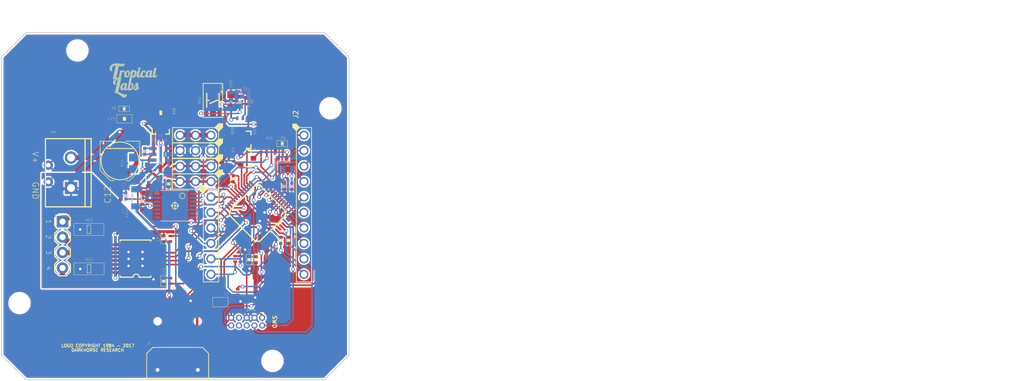
<source format=kicad_pcb>
(kicad_pcb (version 4) (host pcbnew 4.0.4-stable)
  (layers (0 Top signal) (31 Bottom signal) (34 B.Paste user) (35 F.Paste user) (36 B.SilkS user) (37 F.SilkS user) (38 B.Mask user) (39 F.Mask user) (44 Edge.Cuts user))
  (net 0 "")
  (net 1 GND)
  (net 2 3.3V)
  (net 3 VIN)
  (net 4 GND2)
  (net 5 V+)
  (net 6 /ARDUINO_AREF)
  (net 7 /VDDANA)
  (net 8 /PA00_XIN32)
  (net 9 /PA01_XOUT32)
  (net 10 /VDDCORE)
  (net 11 /N$32)
  (net 12 /N$6)
  (net 13 /N$27)
  (net 14 /RESET)
  (net 15 /N$36)
  (net 16 /N$33)
  (net 17 /ARDUINO_A0)
  (net 18 /ARDUINO_A1)
  (net 19 /ARDUINO_A2----HEADER_SS)
  (net 20 /ARDUINO_A3)
  (net 21 /ARDUINO_A4)
  (net 22 /ARDUINO_D8----IN1)
  (net 23 /ARDUINO_D9----VREF1)
  (net 24 /ARDUINO_D4----VREF2)
  (net 25 /ARDUINO_D3)
  (net 26 /ARDUINO_D1)
  (net 27 /ARDUINO_D0)
  (net 28 /HEADER_MOSI)
  (net 29 /HEADER_SCK)
  (net 30 /HEADER_MISO)
  (net 31 /DGI_GPIO0)
  (net 32 /ARDUINO_D2)
  (net 33 /ARDUINO_D5----IN3)
  (net 34 /ARDUINO_D11_MOSI)
  (net 35 /ARDUINO_D13_SCK)
  (net 36 /ARDUINO_D10_SS)
  (net 37 /ARDUINO_D12_MISO)
  (net 38 /ARDUINO_D6----IN4)
  (net 39 /ARDUINO_D7----IN2)
  (net 40 /ARDUINO_D20_SDA)
  (net 41 /ARDUINO_D21_SCL)
  (net 42 /TARGET_USB_N)
  (net 43 /TARGET_USB_P)
  (net 44 /TXD)
  (net 45 /RXD)
  (net 46 /PA27_TX_LED)
  (net 47 /TARGET_RESET_EDBG)
  (net 48 /PA28_USB_HOST_EN)
  (net 49 /PA30_SWCLK)
  (net 50 /PA31_SWDIO)
  (net 51 /ARDUINO_A5)
  (net 52 /PB03_RX_LED)
  (net 53 /N$7)
  (net 54 SLD)
  (net 55 /HV1)
  (net 56 /HV2)
  (net 57 "Net-(JP4-Pad6)")
  (net 58 "Net-(JP4-Pad7)")
  (net 59 "Net-(JP4-Pad8)")
  (net 60 /N$14)
  (net 61 /N$15)
  (net 62 /N$16)
  (net 63 /N$13)
  (net 64 /N$1)
  (net 65 /N$34)
  (net 66 /N$3)
  (net 67 /N$2)
  (net 68 /N$4)
  (net 69 "Net-(U1-Pad6)")
  (net 70 "Net-(U1-Pad7)")
  (net 71 "Net-(U1-Pad8)")
  (net 72 "Net-(U1-Pad9)")
  (net 73 "Net-(U1-Pad10)")
  (net 74 "Net-(U1-Pad14)")
  (net 75 "Net-(U4-Pad4)")
  (module SHORT_ALL-50 (layer Top) (at 130.1919 102.91 90)
    (fp_text reference SH1)
    (fp_text value SHORT-HA5 hide)
    (pad 1 thru_hole circle (at -1.3289 -2.3114 90) (size 1.524 1.524) (drill 0.7366) (layers *.Cu *.Mask) (net 4 GND2))
    (pad 2 thru_hole circle (at 1.4211 -2.3114 90) (size 1.524 1.524) (drill 0.7366) (layers *.Cu *.Mask) (net 1 GND))
  )
  (module LOGO3 (layer Top) (at 137.8025 90.535)
    (fp_text reference U$3 hide)
    (fp_text value TROPICAL_LABS_LOGO_1LOGO3 hide)
  )
  (module 0603-RES (layer Top) (at 146.3305 92.8889)
    (fp_text reference R19 (at 1.9495 -0.8299 90) (layer F.SilkS) (effects (font (size 0.38608 0.38608) (thickness 0.032512)) (justify right top)))
    (fp_text value 47K hide)
    (pad 1 smd rect (at -0.85 0) (size 1.1 1) (layers Top F.Paste F.Mask) (net 3 VIN))
    (pad 2 smd rect (at 0.85 0) (size 1.1 1) (layers Top F.Paste F.Mask) (net 65 /N$34))
  )
  (module CREATIVE_COMMONS (layer Top) (at 170.788956 76.4728 180)
    (fp_text reference FRAME1 hide)
    (fp_text value FRAME-LEDGER hide)
  )
  (module C0805 (layer Bottom) (at 141.8759 101.184603 270)
    (fp_text reference C18 (at -0.616603 1.6604 270) (layer B.SilkS) (effects (font (size 0.4064 0.4064) (thickness 0.0254)) (justify left bottom mirror)))
    (fp_text value 10.0uF hide)
    (pad 1 smd rect (at -0.95 0 270) (size 1.3 1.5) (layers Bottom B.Paste B.Mask) (net 3 VIN))
    (pad 2 smd rect (at 0.95 0 270) (size 1.3 1.5) (layers Bottom B.Paste B.Mask) (net 1 GND))
  )
  (module PTH_2.54MM_01X10 (layer Top) (at 169.8159 107.99 270)
    (fp_text reference J2 (at -14.09 0.8909 270) (layer F.SilkS) (effects (font (size 0.77216 0.77216) (thickness 0.130048)) (justify left bottom)))
    (fp_text value HEADER_01X10_2.54MM hide)
    (pad P$1 thru_hole circle (at -11.43 0 270) (size 1.5 1.5) (drill 1) (layers *.Cu *.Mask) (net 25 /ARDUINO_D3))
    (pad P$2 thru_hole circle (at -8.89 0 270) (size 1.5 1.5) (drill 1) (layers *.Cu *.Mask) (net 32 /ARDUINO_D2))
    (pad P$3 thru_hole circle (at -6.35 0 270) (size 1.5 1.5) (drill 1) (layers *.Cu *.Mask) (net 55 /HV1))
    (pad P$4 thru_hole circle (at -3.81 0 270) (size 1.5 1.5) (drill 1) (layers *.Cu *.Mask) (net 56 /HV2))
    (pad P$5 thru_hole circle (at -1.27 0 270) (size 1.5 1.5) (drill 1) (layers *.Cu *.Mask) (net 51 /ARDUINO_A5))
    (pad P$6 thru_hole circle (at 1.27 0 270) (size 1.5 1.5) (drill 1) (layers *.Cu *.Mask) (net 21 /ARDUINO_A4))
    (pad P$7 thru_hole circle (at 3.81 0 270) (size 1.5 1.5) (drill 1) (layers *.Cu *.Mask) (net 20 /ARDUINO_A3))
    (pad P$8 thru_hole circle (at 6.35 0 270) (size 1.5 1.5) (drill 1) (layers *.Cu *.Mask) (net 18 /ARDUINO_A1))
    (pad P$9 thru_hole circle (at 8.89 0 270) (size 1.5 1.5) (drill 1) (layers *.Cu *.Mask) (net 17 /ARDUINO_A0))
    (pad P$10 thru_hole circle (at 11.43 0 270) (size 1.5 1.5) (drill 1) (layers *.Cu *.Mask) (net 6 /ARDUINO_AREF))
  )
  (module MECHADUINO_LOGO (layer Top) (at 153.106 87.487)
    (fp_text reference U$5 hide)
    (fp_text value MECHADUINO_LOGO hide)
  )
  (module "Mechaduino DR 1:CRYSTAL-SMD-2.0X1.2" (layer Bottom) (at 167.1555 102.1639)
    (fp_text reference Y1 (at -1.921 0.1821) (layer B.SilkS) (effects (font (size 0.38608 0.38608) (thickness 0.032512)) (justify left bottom mirror)))
    (fp_text value 32,768Khz (at 0.619 -1.2149) (layer B.SilkS) (effects (font (size 0.38608 0.38608) (thickness 0.032512)) (justify left bottom mirror)))
    (pad 1 smd rect (at -0.7 0) (size 0.6 1.1) (layers Bottom B.Paste B.Mask) (net 9 /PA01_XOUT32))
    (pad 2 smd rect (at 0.7 0) (size 0.6 1.1) (layers Bottom B.Paste B.Mask) (net 8 /PA00_XIN32))
  )
  (module "Mechaduino DR 1:SCREWTERMINAL-5MM-2" (layer Top) (at 131.6055 105.2389 90)
    (fp_text reference MOTOR_POWER42 hide)
    (fp_text value SCREWTERMINAL-5MM-2 hide)
    (pad 1 thru_hole rect (at 0 0 90) (size 2.032 2.032) (drill 1.29794) (layers *.Cu *.Paste *.Mask) (net 4 GND2))
    (pad 2 thru_hole circle (at 4.99872 0 90) (size 2.032 2.032) (drill 1.29794) (layers *.Cu *.Paste *.Mask) (net 5 V+))
  )
  (module "Mechaduino DR 1:CONNECTORS_M04PTH" (layer Top) (at 130.2055 110.7639 270)
    (fp_text reference JP6 (at -14.4504 2.182 540) (layer F.SilkS) (effects (font (size 0.4064 0.4064) (thickness 0.0254)) (justify left bottom)))
    (fp_text value CONNECTORS_M04PTH hide)
    (pad 1 thru_hole rect (at 0 0) (size 1.8796 1.8796) (drill 1.016) (layers *.Cu *.Mask) (net 60 /N$14))
    (pad 2 thru_hole circle (at 2.54 0) (size 1.8796 1.8796) (drill 1.016) (layers *.Cu *.Mask) (net 61 /N$15))
    (pad 3 thru_hole circle (at 5.08 0) (size 1.8796 1.8796) (drill 1.016) (layers *.Cu *.Mask) (net 62 /N$16))
    (pad 4 thru_hole circle (at 7.62 0) (size 1.8796 1.8796) (drill 1.016) (layers *.Cu *.Mask) (net 63 /N$13))
  )
  (module "Mechaduino DR 1:USB_MICRO-RIGHT" (layer Top) (at 149.1 133.725)
    (fp_text reference J1 (at -5.08 -2.7) (layer F.SilkS) (effects (font (size 0.4064 0.4064) (thickness 0.0254)) (justify left bottom)))
    (fp_text value USB_MICRO_RIGHT hide)
    (pad 3 smd rect (at 0 -1.27 180) (size 0.4 1.35) (layers Top F.Paste F.Mask) (net 43 /TARGET_USB_P))
    (pad 4 smd rect (at 0.65 -1.27 180) (size 0.4 1.35) (layers Top F.Paste F.Mask) (net 53 /N$7))
    (pad 2 smd rect (at -0.65 -1.27 180) (size 0.4 1.35) (layers Top F.Paste F.Mask) (net 42 /TARGET_USB_N))
    (pad 1 smd rect (at -1.3 -1.27 180) (size 0.4 1.35) (layers Top F.Paste F.Mask) (net 15 /N$36))
    (pad 5 smd rect (at 1.3 -1.27 180) (size 0.4 1.35) (layers Top F.Paste F.Mask) (net 1 GND))
    (pad S3 smd rect (at -3.2 -1.27 90) (size 1.4 1.6) (layers Top F.Paste F.Mask) (net 54 SLD))
    (pad S4 smd rect (at 3.2 -1.27 90) (size 1.4 1.6) (layers Top F.Paste F.Mask) (net 54 SLD))
    (pad S5 smd rect (at -1.2 1.405) (size 1.9 1.9) (layers Top F.Paste F.Mask) (net 54 SLD))
    (pad S6 smd rect (at 1.2 1.405) (size 1.9 1.9) (layers Top F.Paste F.Mask) (net 54 SLD))
    (pad S1 thru_hole circle (at -3.3 1.4 180) (size 0.9 0.9) (drill 0.6096) (layers *.Cu *.Mask) (net 54 SLD))
    (pad S2 thru_hole circle (at 3.3 1.4 180) (size 0.9 0.9) (drill 0.6096) (layers *.Cu *.Mask) (net 54 SLD))
  )
  (module "Mechaduino DR 1:HEADER_01X06_2.54MM" (layer Top) (at 154.5555 113.0639 270)
    (fp_text reference J3 (at -5.56768 -1.905 270) (layer F.SilkS) (effects (font (size 0.4064 0.4064) (thickness 0.0254))))
    (fp_text value HEADER_01X06_2.54MM hide)
    (pad P$1 thru_hole circle (at -6.35 0 270) (size 1.50622 1.50622) (drill 0.99822) (layers *.Cu *.Paste *.Mask) (net 36 /ARDUINO_D10_SS))
    (pad P$2 thru_hole circle (at -3.81 0 270) (size 1.50622 1.50622) (drill 0.99822) (layers *.Cu *.Paste *.Mask) (net 34 /ARDUINO_D11_MOSI))
    (pad P$3 thru_hole circle (at -1.27 0 270) (size 1.50622 1.50622) (drill 0.99822) (layers *.Cu *.Paste *.Mask) (net 37 /ARDUINO_D12_MISO))
    (pad P$4 thru_hole circle (at 1.27 0 270) (size 1.50622 1.50622) (drill 0.99822) (layers *.Cu *.Paste *.Mask) (net 35 /ARDUINO_D13_SCK))
    (pad P$5 thru_hole circle (at 3.81 0 270) (size 1.50622 1.50622) (drill 0.99822) (layers *.Cu *.Paste *.Mask) (net 40 /ARDUINO_D20_SDA))
    (pad P$6 thru_hole circle (at 6.35 0 270) (size 1.50622 1.50622) (drill 0.99822) (layers *.Cu *.Paste *.Mask) (net 41 /ARDUINO_D21_SCL))
  )
  (module "Mechaduino DR 1:HEADER_01X03_2.54MM" (layer Top) (at 152.0305 99.0889 180)
    (fp_text reference GND42 (at -1.75768 -1.905 180) (layer F.SilkS) (effects (font (size 0.4064 0.4064) (thickness 0.0254))))
    (fp_text value ~ (at -4.826 0 180) (layer F.SilkS) (effects (font (size 0.4064 0.4064) (thickness 0.0254))))
    (pad P$1 thru_hole circle (at -2.54 0 180) (size 1.50622 1.50622) (drill 0.99822) (layers *.Cu *.Paste *.Mask) (net 1 GND))
    (pad P$2 thru_hole circle (at 0 0 180) (size 1.50622 1.50622) (drill 0.99822) (layers *.Cu *.Paste *.Mask) (net 1 GND))
    (pad P$3 thru_hole circle (at 2.54 0 180) (size 1.50622 1.50622) (drill 0.99822) (layers *.Cu *.Paste *.Mask) (net 1 GND))
  )
  (module "Mechaduino DR 1:R0402" (layer Top) (at 163.2305 97.9639 180)
    (fp_text reference R21 (at -0.925 0.9 360) (layer F.SilkS) (effects (font (size 0.4064 0.4064) (thickness 0.0254))))
    (fp_text value 10K hide)
    (pad 1 smd rect (at -0.44958 0 180) (size 0.39878 0.59944) (layers Top F.Paste F.Mask) (net 3 VIN))
    (pad 2 smd rect (at 0.44958 0 180) (size 0.39878 0.59944) (layers Top F.Paste F.Mask) (net 55 /HV1))
  )
  (module "Mechaduino DR 1:0603-TDK" (layer Top) (at 166.2599 100.37 180)
    (fp_text reference L2 (at 0.2634 1.199 180) (layer F.SilkS) (effects (font (size 0.4064 0.4064) (thickness 0.0254))))
    (fp_text value BLM18PG471SN1D hide)
    (pad 1 smd rect (at -0.6985 0 180) (size 0.59944 0.79756) (layers Top F.Paste F.Mask) (net 2 3.3V))
    (pad 2 smd rect (at 0.6985 0 180) (size 0.59944 0.79756) (layers Top F.Paste F.Mask) (net 7 /VDDANA))
  )
  (module Mechaduino01:SWIFT_0402-CAP (layer Top) (at 160.8055 117.0139 270)
    (fp_text reference C1 (at -1.4599 -0.0475 270) (layer F.SilkS) (effects (font (size 0.4064 0.4064) (thickness 0.0254))))
    (fp_text value 0.1uF hide)
    (pad 1 smd rect (at -0.49784 0 270) (size 0.49784 0.49784) (layers Top F.Paste F.Mask) (net 2 3.3V))
    (pad 2 smd rect (at 0.49784 0 270) (size 0.49784 0.49784) (layers Top F.Paste F.Mask) (net 1 GND))
  )
  (module Mechaduino01:SWIFT_0402-CAP (layer Top) (at 161.9805 117.0139 270)
    (fp_text reference C2 (at -1.4599 -0.0155 270) (layer F.SilkS) (effects (font (size 0.4064 0.4064) (thickness 0.0254))))
    (fp_text value 0.1uF hide)
    (pad 1 smd rect (at -0.49784 0 270) (size 0.49784 0.49784) (layers Top F.Paste F.Mask) (net 2 3.3V))
    (pad 2 smd rect (at 0.49784 0 270) (size 0.49784 0.49784) (layers Top F.Paste F.Mask) (net 1 GND))
  )
  (module Mechaduino01:SWIFT_0402-CAP (layer Top) (at 166.0055 113.8389 90)
    (fp_text reference C4 (at -1.3341 -0.644 90) (layer F.SilkS) (effects (font (size 0.4064 0.4064) (thickness 0.0254))))
    (fp_text value 0.1uF hide)
    (pad 1 smd rect (at -0.49784 0 90) (size 0.49784 0.49784) (layers Top F.Paste F.Mask) (net 6 /ARDUINO_AREF))
    (pad 2 smd rect (at 0.49784 0 90) (size 0.49784 0.49784) (layers Top F.Paste F.Mask) (net 1 GND))
  )
  (module Mechaduino01:SWIFT_0402-CAP (layer Top) (at 167.3055 113.8389 270)
    (fp_text reference C11 (at 0.127 -0.89916 270) (layer F.SilkS) (effects (font (size 0.4064 0.4064) (thickness 0.0254))))
    (fp_text value 1uF hide)
    (pad 1 smd rect (at -0.49784 0 270) (size 0.49784 0.49784) (layers Top F.Paste F.Mask) (net 10 /VDDCORE))
    (pad 2 smd rect (at 0.49784 0 270) (size 0.49784 0.49784) (layers Top F.Paste F.Mask) (net 1 GND))
  )
  (module "Mechaduino DR 1:0402-CAP" (layer Top) (at 140.3305 92.2389)
    (fp_text reference C6 (at -1.7025 -0.1164) (layer F.SilkS) (effects (font (size 0.4064 0.4064) (thickness 0.0254))))
    (fp_text value 0.01uF hide)
    (pad 1 smd rect (at -0.49784 0) (size 0.49784 0.49784) (layers Top F.Paste F.Mask) (net 5 V+))
    (pad 2 smd rect (at 0.49784 0) (size 0.49784 0.49784) (layers Top F.Paste F.Mask) (net 4 GND2))
  )
  (module Mechaduino01:SWIFT_0402-CAP (layer Top) (at 166.2555 97.9389)
    (fp_text reference C5 (at 0.127 -0.89916) (layer F.SilkS) (effects (font (size 0.4064 0.4064) (thickness 0.0254))))
    (fp_text value 0.1uF hide)
    (pad 1 smd rect (at -0.49784 0) (size 0.49784 0.49784) (layers Top F.Paste F.Mask) (net 7 /VDDANA))
    (pad 2 smd rect (at 0.49784 0) (size 0.49784 0.49784) (layers Top F.Paste F.Mask) (net 1 GND))
  )
  (module Mechaduino01:SWIFT_0402-CAP (layer Top) (at 147.6055 104.5639 270)
    (fp_text reference C19 (at 0.127 -0.89916 270) (layer F.SilkS) (effects (font (size 0.4064 0.4064) (thickness 0.0254))))
    (fp_text value 0.1uF hide)
    (pad 1 smd rect (at -0.49784 0 270) (size 0.49784 0.49784) (layers Top F.Paste F.Mask) (net 2 3.3V))
    (pad 2 smd rect (at 0.49784 0 270) (size 0.49784 0.49784) (layers Top F.Paste F.Mask) (net 1 GND))
  )
  (module Mechaduino01:SWIFT_0402-CAP (layer Top) (at 158.2055 103.7139 270)
    (fp_text reference C3 (at 0.127 -0.89916 270) (layer F.SilkS) (effects (font (size 0.4064 0.4064) (thickness 0.0254))))
    (fp_text value 0.1uF hide)
    (pad 1 smd rect (at -0.49784 0 270) (size 0.49784 0.49784) (layers Top F.Paste F.Mask) (net 2 3.3V))
    (pad 2 smd rect (at 0.49784 0 270) (size 0.49784 0.49784) (layers Top F.Paste F.Mask) (net 1 GND))
  )
  (module Mechaduino01:SWIFT_0402-CAP (layer Bottom) (at 167.8055 104.9639 90)
    (fp_text reference C7 (at 1.4114 0.0325 90) (layer B.SilkS) (effects (font (size 0.4064 0.4064) (thickness 0.0254)) (justify mirror)))
    (fp_text value 22pF hide)
    (pad 1 smd rect (at -0.49784 0 90) (size 0.49784 0.49784) (layers Bottom B.Paste B.Mask) (net 1 GND))
    (pad 2 smd rect (at 0.49784 0 90) (size 0.49784 0.49784) (layers Bottom B.Paste B.Mask) (net 8 /PA00_XIN32))
  )
  (module Mechaduino01:SWIFT_0402-CAP (layer Bottom) (at 166.5305 104.9639 90)
    (fp_text reference C8 (at 1.4114 0.0375 90) (layer B.SilkS) (effects (font (size 0.4064 0.4064) (thickness 0.0254)) (justify mirror)))
    (fp_text value 22pF hide)
    (pad 1 smd rect (at -0.49784 0 90) (size 0.49784 0.49784) (layers Bottom B.Paste B.Mask) (net 1 GND))
    (pad 2 smd rect (at 0.49784 0 90) (size 0.49784 0.49784) (layers Bottom B.Paste B.Mask) (net 9 /PA01_XOUT32))
  )
  (module Mechaduino01:SWIFT_0402-CAP (layer Top) (at 143.2635 107.4006 90)
    (fp_text reference C16 (at 0.127 -0.89916 90) (layer F.SilkS) (effects (font (size 0.4064 0.4064) (thickness 0.0254))))
    (fp_text value 0.1uF hide)
    (pad 1 smd rect (at -0.49784 0 90) (size 0.49784 0.49784) (layers Top F.Paste F.Mask) (net 13 /N$27))
    (pad 2 smd rect (at 0.49784 0 90) (size 0.49784 0.49784) (layers Top F.Paste F.Mask) (net 1 GND))
  )
  (module Mechaduino01:SWIFT_0402-CAP (layer Bottom) (at 140.6 106.55 90)
    (fp_text reference C17 (at 1.5955 -0.3864 90) (layer B.SilkS) (effects (font (size 0.4064 0.4064) (thickness 0.0254)) (justify mirror)))
    (fp_text value 1uF hide)
    (pad 1 smd rect (at -0.49784 0 90) (size 0.49784 0.49784) (layers Bottom B.Paste B.Mask) (net 2 3.3V))
    (pad 2 smd rect (at 0.49784 0 90) (size 0.49784 0.49784) (layers Bottom B.Paste B.Mask) (net 1 GND))
  )
  (module Mechaduino01:SWIFT_0402-CAP (layer Top) (at 146.825 113.575 90)
    (fp_text reference C14 (at 0.127 -0.89916 90) (layer F.SilkS) (effects (font (size 0.4064 0.4064) (thickness 0.0254))))
    (fp_text value 0.1uF hide)
    (pad 1 smd rect (at -0.49784 0 90) (size 0.49784 0.49784) (layers Top F.Paste F.Mask) (net 11 /N$32))
    (pad 2 smd rect (at 0.49784 0 90) (size 0.49784 0.49784) (layers Top F.Paste F.Mask) (net 4 GND2))
  )
  (module Mechaduino01:SWIFT_0402-CAP (layer Top) (at 146.8 120.55 270)
    (fp_text reference C15 (at -1.6309 0.009 270) (layer F.SilkS) (effects (font (size 0.4064 0.4064) (thickness 0.0254))))
    (fp_text value 0.1uF hide)
    (pad 1 smd rect (at -0.49784 0 270) (size 0.49784 0.49784) (layers Top F.Paste F.Mask) (net 12 /N$6))
    (pad 2 smd rect (at 0.49784 0 270) (size 0.49784 0.49784) (layers Top F.Paste F.Mask) (net 4 GND2))
  )
  (module Mechaduino01:SWIFT_0402-CAP (layer Bottom) (at 143.6805 99.2139 270)
    (fp_text reference C9 (at -0.9319 1.052 270) (layer B.SilkS) (effects (font (size 0.4064 0.4064) (thickness 0.0254)) (justify mirror)))
    (fp_text value 0.1uF (at 0.1397 -0.9398 270) (layer B.SilkS) (effects (font (size 0.4064 0.4064) (thickness 0.0254)) (justify mirror)))
    (pad 1 smd rect (at -0.49784 0 270) (size 0.49784 0.49784) (layers Bottom B.Paste B.Mask) (net 3 VIN))
    (pad 2 smd rect (at 0.49784 0 270) (size 0.49784 0.49784) (layers Bottom B.Paste B.Mask) (net 1 GND))
  )
  (module "Mechaduino DR 1:0603-CAP" (layer Top) (at 140.3555 93.8639)
    (fp_text reference C13 (at -2.172 0.0366) (layer F.SilkS) (effects (font (size 0.4064 0.4064) (thickness 0.0254))))
    (fp_text value 1.0uF hide)
    (pad 1 smd rect (at -0.7493 0) (size 0.79756 0.79756) (layers Top F.Paste F.Mask) (net 5 V+))
    (pad 2 smd rect (at 0.7493 0) (size 0.79756 0.79756) (layers Top F.Paste F.Mask) (net 4 GND2))
  )
  (module "Mechaduino DR 1:CAPACITORS_ELECTROL_6.6X6.6" (layer Top) (at 139.6305 100.7889 270)
    (fp_text reference C12 (at 5.5576 2.0185 270) (layer F.SilkS) (effects (font (size 1.016 1.016) (thickness 0.0762))))
    (fp_text value 100uF hide)
    (pad + smd rect (at 2.39776 0 270) (size 2.99974 1.39954) (layers Top F.Paste F.Mask) (net 5 V+))
    (pad - smd rect (at -2.39776 0 270) (size 2.99974 1.39954) (layers Top F.Paste F.Mask) (net 4 GND2))
  )
  (module "Mechaduino DR 1:0805-CAP" (layer Bottom) (at 147.5805 103.6389 270)
    (fp_text reference C10 (at 0.0406 1.5865 270) (layer B.SilkS) (effects (font (size 0.4064 0.4064) (thickness 0.0254)) (justify mirror)))
    (fp_text value 10uF hide)
    (pad 1 smd rect (at -0.94996 0 270) (size 1.29794 1.4986) (layers Bottom B.Paste B.Mask) (net 2 3.3V))
    (pad 2 smd rect (at 0.94742 0 270) (size 1.29794 1.4986) (layers Bottom B.Paste B.Mask) (net 1 GND))
  )
  (module "Mechaduino DR 1:R1206" (layer Top) (at 134.5555 118.5139)
    (fp_text reference R12 (at 0 -1.524) (layer F.SilkS) (effects (font (size 0.4064 0.4064) (thickness 0.0254))))
    (fp_text value "0.15 ohm" hide)
    (pad 1 smd rect (at -1.41986 0) (size 1.59766 1.80086) (layers Top F.Paste F.Mask) (net 4 GND2))
    (pad 2 smd rect (at 1.41986 0) (size 1.59766 1.80086) (layers Top F.Paste F.Mask) (net 67 /N$2))
  )
  (module "Mechaduino DR 1:R1206" (layer Top) (at 134.5305 112.0389)
    (fp_text reference R13 (at 0 -1.524) (layer F.SilkS) (effects (font (size 0.4064 0.4064) (thickness 0.0254))))
    (fp_text value "0.15 ohm" hide)
    (pad 1 smd rect (at -1.41986 0) (size 1.59766 1.80086) (layers Top F.Paste F.Mask) (net 4 GND2))
    (pad 2 smd rect (at 1.41986 0) (size 1.59766 1.80086) (layers Top F.Paste F.Mask) (net 68 /N$4))
  )
  (module "Mechaduino DR 1:R0402" (layer Top) (at 147.9 113.575 90)
    (fp_text reference R14 (at -0.0771 0.871 90) (layer F.SilkS) (effects (font (size 0.4064 0.4064) (thickness 0.0254))))
    (fp_text value 1K hide)
    (pad 1 smd rect (at -0.44958 0 90) (size 0.39878 0.59944) (layers Top F.Paste F.Mask) (net 11 /N$32))
    (pad 2 smd rect (at 0.44958 0 90) (size 0.39878 0.59944) (layers Top F.Paste F.Mask) (net 23 /ARDUINO_D9----VREF1))
  )
  (module "Mechaduino DR 1:R0402" (layer Top) (at 147.9 120.5 270)
    (fp_text reference R15 (at -1.5809 -0.007 270) (layer F.SilkS) (effects (font (size 0.4064 0.4064) (thickness 0.0254))))
    (fp_text value 1K hide)
    (pad 1 smd rect (at -0.44958 0 270) (size 0.39878 0.59944) (layers Top F.Paste F.Mask) (net 12 /N$6))
    (pad 2 smd rect (at 0.44958 0 270) (size 0.39878 0.59944) (layers Top F.Paste F.Mask) (net 24 /ARDUINO_D4----VREF2))
  )
  (module "Mechaduino DR 1:R0402" (layer Top) (at 142.5555 104.8139 270)
    (fp_text reference R9 (at -0.125 -0.775 270) (layer F.SilkS) (effects (font (size 0.4064 0.4064) (thickness 0.0254))))
    (fp_text value 100K hide)
    (pad 1 smd rect (at -0.44958 0 270) (size 0.39878 0.59944) (layers Top F.Paste F.Mask) (net 3 VIN))
    (pad 2 smd rect (at 0.44958 0 270) (size 0.39878 0.59944) (layers Top F.Paste F.Mask) (net 53 /N$7))
  )
  (module "Mechaduino DR 1:R0402" (layer Top) (at 160.4055 90.9889 270)
    (fp_text reference R1 (at -0.0094 -0.892 270) (layer F.SilkS) (effects (font (size 0.4064 0.4064) (thickness 0.0254))))
    (fp_text value 100K hide)
    (pad 1 smd rect (at -0.44958 0 270) (size 0.39878 0.59944) (layers Top F.Paste F.Mask) (net 2 3.3V))
    (pad 2 smd rect (at 0.44958 0 270) (size 0.39878 0.59944) (layers Top F.Paste F.Mask) (net 14 /RESET))
  )
  (module "Mechaduino DR 1:R0402" (layer Bottom) (at 156.7305 90.2139 90)
    (fp_text reference R16 (at -0.0671 -0.9575 90) (layer B.SilkS) (effects (font (size 0.4064 0.4064) (thickness 0.0254)) (justify mirror)))
    (fp_text value 100K hide)
    (pad 1 smd rect (at -0.44958 0 90) (size 0.39878 0.59944) (layers Bottom B.Paste B.Mask) (net 35 /ARDUINO_D13_SCK))
    (pad 2 smd rect (at 0.44958 0 90) (size 0.39878 0.59944) (layers Bottom B.Paste B.Mask) (net 1 GND))
  )
  (module "Mechaduino DR 1:R0402" (layer Bottom) (at 159.3305 93.7889)
    (fp_text reference R5 (at -0.065 0.8736) (layer B.SilkS) (effects (font (size 0.4064 0.4064) (thickness 0.0254)) (justify mirror)))
    (fp_text value 330 hide)
    (pad 1 smd rect (at -0.44958 0) (size 0.39878 0.59944) (layers Bottom B.Paste B.Mask) (net 64 /N$1))
    (pad 2 smd rect (at 0.44958 0) (size 0.39878 0.59944) (layers Bottom B.Paste B.Mask) (net 66 /N$3))
  )
  (module "Mechaduino DR 1:R0402" (layer Top) (at 164.4805 116.6639 90)
    (fp_text reference R6 (at 0.254 -0.762 90) (layer F.SilkS) (effects (font (size 0.4064 0.4064) (thickness 0.0254))))
    (fp_text value 330 hide)
    (pad 1 smd rect (at -0.44958 0 90) (size 0.39878 0.59944) (layers Top F.Paste F.Mask) (net 14 /RESET))
    (pad 2 smd rect (at 0.44958 0 90) (size 0.39878 0.59944) (layers Top F.Paste F.Mask) (net 47 /TARGET_RESET_EDBG))
  )
  (module "Mechaduino DR 1:R0402" (layer Top) (at 158.95 122.325 90)
    (fp_text reference R10 (at 0.254 -0.762 90) (layer F.SilkS) (effects (font (size 0.4064 0.4064) (thickness 0.0254))))
    (fp_text value 330 hide)
    (pad 1 smd rect (at -0.44958 0 90) (size 0.39878 0.59944) (layers Top F.Paste F.Mask) (net 53 /N$7))
    (pad 2 smd rect (at 0.44958 0 90) (size 0.39878 0.59944) (layers Top F.Paste F.Mask) (net 48 /PA28_USB_HOST_EN))
  )
  (module "Mechaduino DR 1:R0402" (layer Top) (at 158.5305 116.8889 270)
    (fp_text reference R7 (at -1.3349 -0.0365 270) (layer F.SilkS) (effects (font (size 0.4064 0.4064) (thickness 0.0254))))
    (fp_text value 4.7K hide)
    (pad 1 smd rect (at -0.44958 0 270) (size 0.39878 0.59944) (layers Top F.Paste F.Mask) (net 2 3.3V))
    (pad 2 smd rect (at 0.44958 0 270) (size 0.39878 0.59944) (layers Top F.Paste F.Mask) (net 41 /ARDUINO_D21_SCL))
  )
  (module "Mechaduino DR 1:R0402" (layer Top) (at 159.4055 116.8889 270)
    (fp_text reference R8 (at -1.3349 -0.0505 270) (layer F.SilkS) (effects (font (size 0.4064 0.4064) (thickness 0.0254))))
    (fp_text value 4.7K hide)
    (pad 1 smd rect (at -0.44958 0 270) (size 0.39878 0.59944) (layers Top F.Paste F.Mask) (net 2 3.3V))
    (pad 2 smd rect (at 0.44958 0 270) (size 0.39878 0.59944) (layers Top F.Paste F.Mask) (net 40 /ARDUINO_D20_SDA))
  )
  (module "Mechaduino DR 1:R0402" (layer Top) (at 158.2555 100.3639 270)
    (fp_text reference R3 (at -1.35 0.075 270) (layer F.SilkS) (effects (font (size 0.4064 0.4064) (thickness 0.0254))))
    (fp_text value 10K hide)
    (pad 1 smd rect (at -0.44958 0 270) (size 0.39878 0.59944) (layers Top F.Paste F.Mask) (net 2 3.3V))
    (pad 2 smd rect (at 0.44958 0 270) (size 0.39878 0.59944) (layers Top F.Paste F.Mask) (net 27 /ARDUINO_D0))
  )
  (module "Mechaduino DR 1:R0402" (layer Top) (at 158.2555 97.3139 270)
    (fp_text reference R20 (at -1.475 0.125 270) (layer F.SilkS) (effects (font (size 0.4064 0.4064) (thickness 0.0254))))
    (fp_text value 10K hide)
    (pad 1 smd rect (at -0.44958 0 270) (size 0.39878 0.59944) (layers Top F.Paste F.Mask) (net 2 3.3V))
    (pad 2 smd rect (at 0.44958 0 270) (size 0.39878 0.59944) (layers Top F.Paste F.Mask) (net 26 /ARDUINO_D1))
  )
  (module "Mechaduino DR 1:R0402" (layer Top) (at 163.2305 99.3389 180)
    (fp_text reference R2 (at 0.35 -0.95 360) (layer F.SilkS) (effects (font (size 0.4064 0.4064) (thickness 0.0254))))
    (fp_text value 10K hide)
    (pad 1 smd rect (at -0.44958 0 180) (size 0.39878 0.59944) (layers Top F.Paste F.Mask) (net 3 VIN))
    (pad 2 smd rect (at 0.44958 0 180) (size 0.39878 0.59944) (layers Top F.Paste F.Mask) (net 56 /HV2))
  )
  (module "Mechaduino DR 1:DIODE_SOD-123" (layer Top) (at 159.2805 91.0389)
    (fp_text reference D1 (at -0.015 -1.8374 90) (layer F.SilkS) (effects (font (size 0.4064 0.4064) (thickness 0.0254))))
    (fp_text value DIODE_SOD-123 hide)
    (pad A smd rect (at 0 0.79756) (size 0.79756 0.59944) (layers Top F.Paste F.Mask) (net 14 /RESET))
    (pad K smd rect (at 0 -0.79756) (size 0.79756 0.59944) (layers Top F.Paste F.Mask) (net 2 3.3V))
  )
  (module "Mechaduino DR 1:HEADER_01X03_2.54MM" (layer Top) (at 152.0305 96.5639 180)
    (fp_text reference V+42 (at -1.75768 -1.905 180) (layer F.SilkS) (effects (font (size 0.4064 0.4064) (thickness 0.0254))))
    (fp_text value ~ (at -4.826 0 180) (layer F.SilkS) (effects (font (size 0.4064 0.4064) (thickness 0.0254))))
    (pad P$1 thru_hole circle (at -2.54 0 180) (size 1.50622 1.50622) (drill 0.99822) (layers *.Cu *.Paste *.Mask) (net 5 V+))
    (pad P$2 thru_hole circle (at 0 0 180) (size 1.50622 1.50622) (drill 0.99822) (layers *.Cu *.Paste *.Mask) (net 5 V+))
    (pad P$3 thru_hole circle (at 2.54 0 180) (size 1.50622 1.50622) (drill 0.99822) (layers *.Cu *.Paste *.Mask) (net 5 V+))
  )
  (module "Mechaduino DR 1:HEADER_01X03_2.54MM" (layer Top) (at 152.0305 104.1889 180)
    (fp_text reference 3V3 (at -1.75768 -1.905 180) (layer F.SilkS) (effects (font (size 0.4064 0.4064) (thickness 0.0254))))
    (fp_text value ~ (at -4.826 0 180) (layer F.SilkS) (effects (font (size 0.4064 0.4064) (thickness 0.0254))))
    (pad P$1 thru_hole circle (at -2.54 0 180) (size 1.50622 1.50622) (drill 0.99822) (layers *.Cu *.Paste *.Mask) (net 2 3.3V))
    (pad P$2 thru_hole circle (at 0 0 180) (size 1.50622 1.50622) (drill 0.99822) (layers *.Cu *.Paste *.Mask) (net 2 3.3V))
    (pad P$3 thru_hole circle (at 2.54 0 180) (size 1.50622 1.50622) (drill 0.99822) (layers *.Cu *.Paste *.Mask) (net 2 3.3V))
  )
  (module "Mechaduino DR 1:HEADER_01X03_2.54MM" (layer Top) (at 152.0305 101.6639 180)
    (fp_text reference VIN42 (at -1.75768 -1.905 180) (layer F.SilkS) (effects (font (size 0.4064 0.4064) (thickness 0.0254))))
    (fp_text value ~ (at -4.826 0 180) (layer F.SilkS) (effects (font (size 0.4064 0.4064) (thickness 0.0254))))
    (pad P$1 thru_hole circle (at -2.54 0 180) (size 1.50622 1.50622) (drill 0.99822) (layers *.Cu *.Paste *.Mask) (net 3 VIN))
    (pad P$2 thru_hole circle (at 0 0 180) (size 1.50622 1.50622) (drill 0.99822) (layers *.Cu *.Paste *.Mask) (net 3 VIN))
    (pad P$3 thru_hole circle (at 2.54 0 180) (size 1.50622 1.50622) (drill 0.99822) (layers *.Cu *.Paste *.Mask) (net 3 VIN))
  )
  (module TQFP48-7X7 (layer Top) (at 162.2055 109.3889 225)
    (fp_text reference IC1 hide)
    (fp_text value SAMD21G18A-AUT hide)
    (pad 1 smd oval (at -4.275 -2.75 225) (size 0.85 0.32) (layers Top F.Paste F.Mask) (net 8 /PA00_XIN32))
    (pad 2 smd oval (at -4.275 -2.25 225) (size 0.85 0.32) (layers Top F.Paste F.Mask) (net 9 /PA01_XOUT32))
    (pad 3 smd oval (at -4.275 -1.75 225) (size 0.85 0.32) (layers Top F.Paste F.Mask) (net 17 /ARDUINO_A0))
    (pad 4 smd oval (at -4.275 -1.25 225) (size 0.85 0.32) (layers Top F.Paste F.Mask) (net 6 /ARDUINO_AREF))
    (pad 5 smd oval (at -4.275 -0.75 225) (size 0.85 0.32) (layers Top F.Paste F.Mask) (net 1 GND))
    (pad 6 smd oval (at -4.275 -0.25 225) (size 0.85 0.32) (layers Top F.Paste F.Mask) (net 7 /VDDANA))
    (pad 7 smd oval (at -4.275 0.25 225) (size 0.85 0.32) (layers Top F.Paste F.Mask) (net 18 /ARDUINO_A1))
    (pad 8 smd oval (at -4.275 0.75 225) (size 0.85 0.32) (layers Top F.Paste F.Mask) (net 19 /ARDUINO_A2----HEADER_SS))
    (pad 9 smd oval (at -4.275 1.25 225) (size 0.85 0.32) (layers Top F.Paste F.Mask) (net 20 /ARDUINO_A3))
    (pad 10 smd oval (at -4.275 1.75 225) (size 0.85 0.32) (layers Top F.Paste F.Mask) (net 21 /ARDUINO_A4))
    (pad 11 smd oval (at -4.275 2.25 225) (size 0.85 0.32) (layers Top F.Paste F.Mask) (net 22 /ARDUINO_D8----IN1))
    (pad 12 smd oval (at -4.275 2.75 225) (size 0.85 0.32) (layers Top F.Paste F.Mask) (net 23 /ARDUINO_D9----VREF1))
    (pad 13 smd oval (at -2.75 4.275 315) (size 0.85 0.32) (layers Top F.Paste F.Mask) (net 24 /ARDUINO_D4----VREF2))
    (pad 14 smd oval (at -2.25 4.275 315) (size 0.85 0.32) (layers Top F.Paste F.Mask) (net 25 /ARDUINO_D3))
    (pad 15 smd oval (at -1.75 4.275 315) (size 0.85 0.32) (layers Top F.Paste F.Mask) (net 26 /ARDUINO_D1))
    (pad 16 smd oval (at -1.25 4.275 315) (size 0.85 0.32) (layers Top F.Paste F.Mask) (net 27 /ARDUINO_D0))
    (pad 17 smd oval (at -0.75 4.275 315) (size 0.85 0.32) (layers Top F.Paste F.Mask) (net 2 3.3V))
    (pad 18 smd oval (at -0.25 4.275 315) (size 0.85 0.32) (layers Top F.Paste F.Mask) (net 1 GND))
    (pad 19 smd oval (at 0.25 4.275 315) (size 0.85 0.32) (layers Top F.Paste F.Mask) (net 28 /HEADER_MOSI))
    (pad 20 smd oval (at 0.75 4.275 315) (size 0.85 0.32) (layers Top F.Paste F.Mask) (net 29 /HEADER_SCK))
    (pad 21 smd oval (at 1.25 4.275 315) (size 0.85 0.32) (layers Top F.Paste F.Mask) (net 30 /HEADER_MISO))
    (pad 22 smd oval (at 1.75 4.275 315) (size 0.85 0.32) (layers Top F.Paste F.Mask) (net 31 /DGI_GPIO0))
    (pad 23 smd oval (at 2.25 4.275 315) (size 0.85 0.32) (layers Top F.Paste F.Mask) (net 32 /ARDUINO_D2))
    (pad 24 smd oval (at 2.75 4.275 315) (size 0.85 0.32) (layers Top F.Paste F.Mask) (net 33 /ARDUINO_D5----IN3))
    (pad 25 smd oval (at 4.275 2.75 225) (size 0.85 0.32) (layers Top F.Paste F.Mask) (net 34 /ARDUINO_D11_MOSI))
    (pad 26 smd oval (at 4.275 2.25 225) (size 0.85 0.32) (layers Top F.Paste F.Mask) (net 35 /ARDUINO_D13_SCK))
    (pad 27 smd oval (at 4.275 1.75 225) (size 0.85 0.32) (layers Top F.Paste F.Mask) (net 36 /ARDUINO_D10_SS))
    (pad 28 smd oval (at 4.275 1.25 225) (size 0.85 0.32) (layers Top F.Paste F.Mask) (net 37 /ARDUINO_D12_MISO))
    (pad 29 smd oval (at 4.275 0.75 225) (size 0.85 0.32) (layers Top F.Paste F.Mask) (net 38 /ARDUINO_D6----IN4))
    (pad 30 smd oval (at 4.275 0.25 225) (size 0.85 0.32) (layers Top F.Paste F.Mask) (net 39 /ARDUINO_D7----IN2))
    (pad 31 smd oval (at 4.275 -0.25 225) (size 0.85 0.32) (layers Top F.Paste F.Mask) (net 40 /ARDUINO_D20_SDA))
    (pad 32 smd oval (at 4.275 -0.75 225) (size 0.85 0.32) (layers Top F.Paste F.Mask) (net 41 /ARDUINO_D21_SCL))
    (pad 33 smd oval (at 4.275 -1.25 225) (size 0.85 0.32) (layers Top F.Paste F.Mask) (net 42 /TARGET_USB_N))
    (pad 34 smd oval (at 4.275 -1.75 225) (size 0.85 0.32) (layers Top F.Paste F.Mask) (net 43 /TARGET_USB_P))
    (pad 35 smd oval (at 4.275 -2.25 225) (size 0.85 0.32) (layers Top F.Paste F.Mask) (net 1 GND))
    (pad 36 smd oval (at 4.275 -2.75 225) (size 0.85 0.32) (layers Top F.Paste F.Mask) (net 2 3.3V))
    (pad 37 smd oval (at 2.75 -4.275 315) (size 0.85 0.32) (layers Top F.Paste F.Mask) (net 44 /TXD))
    (pad 38 smd oval (at 2.25 -4.275 315) (size 0.85 0.32) (layers Top F.Paste F.Mask) (net 45 /RXD))
    (pad 39 smd oval (at 1.75 -4.275 315) (size 0.85 0.32) (layers Top F.Paste F.Mask) (net 46 /PA27_TX_LED))
    (pad 40 smd oval (at 1.25 -4.275 315) (size 0.85 0.32) (layers Top F.Paste F.Mask) (net 47 /TARGET_RESET_EDBG))
    (pad 41 smd oval (at 0.75 -4.275 315) (size 0.85 0.32) (layers Top F.Paste F.Mask) (net 48 /PA28_USB_HOST_EN))
    (pad 42 smd oval (at 0.25 -4.275 315) (size 0.85 0.32) (layers Top F.Paste F.Mask) (net 1 GND))
    (pad 43 smd oval (at -0.25 -4.275 315) (size 0.85 0.32) (layers Top F.Paste F.Mask) (net 10 /VDDCORE))
    (pad 44 smd oval (at -0.75 -4.275 315) (size 0.85 0.32) (layers Top F.Paste F.Mask) (net 2 3.3V))
    (pad 45 smd oval (at -1.25 -4.275 315) (size 0.85 0.32) (layers Top F.Paste F.Mask) (net 49 /PA30_SWCLK))
    (pad 46 smd oval (at -1.75 -4.275 315) (size 0.85 0.32) (layers Top F.Paste F.Mask) (net 50 /PA31_SWDIO))
    (pad 47 smd oval (at -2.25 -4.275 315) (size 0.85 0.32) (layers Top F.Paste F.Mask) (net 51 /ARDUINO_A5))
    (pad 48 smd oval (at -2.75 -4.275 315) (size 0.85 0.32) (layers Top F.Paste F.Mask) (net 52 /PB03_RX_LED))
  )
  (module CONNECTOR_PINHEAD-2X5-P127 (layer Top) (at 160.4205 127.1889 270)
    (fp_text reference JP4 (at -1.6019 0.139 360) (layer F.SilkS) (effects (font (size 0.57912 0.57912) (thickness 0.048768)) (justify left bottom)))
    (fp_text value SWD hide)
    (pad 1 thru_hole circle (at -0.635 -2.54 90) (size 1.016 1.016) (drill 0.6096) (layers *.Cu *.Mask) (net 2 3.3V))
    (pad 2 thru_hole circle (at 0.635 -2.54 270) (size 1.016 1.016) (drill 0.6096) (layers *.Cu *.Mask) (net 50 /PA31_SWDIO))
    (pad 3 thru_hole circle (at -0.635 -1.27 90) (size 1.016 1.016) (drill 0.6096) (layers *.Cu *.Mask) (net 1 GND))
    (pad 4 thru_hole circle (at 0.635 -1.27 270) (size 1.016 1.016) (drill 0.6096) (layers *.Cu *.Mask) (net 49 /PA30_SWCLK))
    (pad 5 thru_hole circle (at -0.635 0 90) (size 1.016 1.016) (drill 0.6096) (layers *.Cu *.Mask) (net 1 GND))
    (pad 6 thru_hole circle (at 0.635 0 270) (size 1.016 1.016) (drill 0.6096) (layers *.Cu *.Mask) (net 57 "Net-(JP4-Pad6)"))
    (pad 7 thru_hole circle (at -0.635 1.27 90) (size 1.016 1.016) (drill 0.6096) (layers *.Cu *.Mask) (net 58 "Net-(JP4-Pad7)"))
    (pad 8 thru_hole circle (at 0.635 1.27 270) (size 1.016 1.016) (drill 0.6096) (layers *.Cu *.Mask) (net 59 "Net-(JP4-Pad8)"))
    (pad 9 thru_hole circle (at -0.635 2.54 90) (size 1.016 1.016) (drill 0.6096) (layers *.Cu *.Mask) (net 1 GND))
    (pad 10 thru_hole circle (at 0.635 2.54 270) (size 1.016 1.016) (drill 0.6096) (layers *.Cu *.Mask) (net 14 /RESET))
  )
  (module FUSE_SMD-PTC-1206 (layer Bottom) (at 142.3745 106.8545 90)
    (fp_text reference F1 (at -2.2225 -2.2225 90) (layer B.SilkS) (effects (font (size 0.4064 0.4064) (thickness 0.0254)) (justify mirror)))
    (fp_text value 500mA (at -2.2225 -1.5875 90) (layer B.SilkS) (effects (font (size 0.4064 0.4064) (thickness 0.0254)) (justify mirror)))
    (pad 1 smd rect (at -1.4 0 90) (size 1 1.8) (layers Bottom B.Paste B.Mask) (net 15 /N$36))
    (pad 2 smd rect (at 1.4 0 90) (size 1 1.8) (layers Bottom B.Paste B.Mask) (net 16 /N$33))
  )
  (module AS5047D_TSSOP14 (layer Bottom) (at 148.6483 108.1499 270)
    (fp_text reference U1 (at 3.3741 -0.3045 540) (layer B.SilkS) (effects (font (size 0.4064 0.4064) (thickness 0.0254)) (justify left bottom mirror)))
    (fp_text value AS5047D_TSSOP14 hide)
    (pad 1 smd rect (at -1.95 -2.9178 270) (size 0.3048 0.9906) (layers Bottom B.Paste B.Mask) (net 19 /ARDUINO_A2----HEADER_SS))
    (pad 2 smd rect (at -1.3 -2.9178 270) (size 0.3048 0.9906) (layers Bottom B.Paste B.Mask) (net 29 /HEADER_SCK))
    (pad 3 smd rect (at -0.65 -2.9178 270) (size 0.3048 0.9906) (layers Bottom B.Paste B.Mask) (net 30 /HEADER_MISO))
    (pad 4 smd rect (at 0 -2.9178 270) (size 0.3048 0.9906) (layers Bottom B.Paste B.Mask) (net 28 /HEADER_MOSI))
    (pad 5 smd rect (at 0.65 -2.9178 270) (size 0.3048 0.9906) (layers Bottom B.Paste B.Mask) (net 1 GND))
    (pad 6 smd rect (at 1.3 -2.9178 270) (size 0.3048 0.9906) (layers Bottom B.Paste B.Mask) (net 69 "Net-(U1-Pad6)"))
    (pad 7 smd rect (at 1.95 -2.9178 270) (size 0.3048 0.9906) (layers Bottom B.Paste B.Mask) (net 70 "Net-(U1-Pad7)"))
    (pad 8 smd rect (at 1.95 2.9178 270) (size 0.3048 0.9906) (layers Bottom B.Paste B.Mask) (net 71 "Net-(U1-Pad8)"))
    (pad 9 smd rect (at 1.3 2.9178 270) (size 0.3048 0.9906) (layers Bottom B.Paste B.Mask) (net 72 "Net-(U1-Pad9)"))
    (pad 10 smd rect (at 0.65 2.9178 270) (size 0.3048 0.9906) (layers Bottom B.Paste B.Mask) (net 73 "Net-(U1-Pad10)"))
    (pad 11 smd rect (at 0 2.9178 270) (size 0.3048 0.9906) (layers Bottom B.Paste B.Mask) (net 13 /N$27))
    (pad 12 smd rect (at -0.65 2.9178 270) (size 0.3048 0.9906) (layers Bottom B.Paste B.Mask) (net 2 3.3V))
    (pad 13 smd rect (at -1.3 2.9178 270) (size 0.3048 0.9906) (layers Bottom B.Paste B.Mask) (net 1 GND))
    (pad 14 smd rect (at -1.95 2.9178 270) (size 0.3048 0.9906) (layers Bottom B.Paste B.Mask) (net 74 "Net-(U1-Pad14)"))
  )
  (module ALLEGRO_A4954_TSSOP16 (layer Top) (at 142.2805 116.8889 90)
    (fp_text reference U2 hide)
    (fp_text value ALLEGRO_A4954_TSSOP16 hide)
    (pad 1 smd rect (at -2.225 2.85 90) (size 0.4 1.6) (layers Top F.Paste F.Mask) (net 4 GND2))
    (pad 2 smd rect (at -1.575 2.85 90) (size 0.4 1.6) (layers Top F.Paste F.Mask) (net 12 /N$6))
    (pad 3 smd rect (at -0.925 2.85 90) (size 0.4 1.6) (layers Top F.Paste F.Mask) (net 33 /ARDUINO_D5----IN3))
    (pad 4 smd rect (at -0.275 2.85 90) (size 0.4 1.6) (layers Top F.Paste F.Mask) (net 38 /ARDUINO_D6----IN4))
    (pad 5 smd rect (at 0.375 2.85 90) (size 0.4 1.6) (layers Top F.Paste F.Mask) (net 39 /ARDUINO_D7----IN2))
    (pad 6 smd rect (at 1.025 2.85 90) (size 0.4 1.6) (layers Top F.Paste F.Mask) (net 22 /ARDUINO_D8----IN1))
    (pad 7 smd rect (at 1.675 2.85 90) (size 0.4 1.6) (layers Top F.Paste F.Mask) (net 11 /N$32))
    (pad 8 smd rect (at 2.325 2.85 90) (size 0.4 1.6) (layers Top F.Paste F.Mask) (net 4 GND2))
    (pad 9 smd rect (at 2.325 -3.05 90) (size 0.4 1.6) (layers Top F.Paste F.Mask) (net 5 V+))
    (pad 10 smd rect (at 1.675 -3.05 90) (size 0.4 1.6) (layers Top F.Paste F.Mask) (net 60 /N$14))
    (pad 11 smd rect (at 1.025 -3.05 90) (size 0.4 1.6) (layers Top F.Paste F.Mask) (net 68 /N$4))
    (pad 12 smd rect (at 0.375 -3.05 90) (size 0.4 1.6) (layers Top F.Paste F.Mask) (net 61 /N$15))
    (pad 13 smd rect (at -0.275 -3.05 90) (size 0.4 1.6) (layers Top F.Paste F.Mask) (net 62 /N$16))
    (pad 14 smd rect (at -0.925 -3.05 90) (size 0.4 1.6) (layers Top F.Paste F.Mask) (net 67 /N$2))
    (pad 15 smd rect (at -1.575 -3.05 90) (size 0.4 1.6) (layers Top F.Paste F.Mask) (net 63 /N$13))
    (pad 16 smd rect (at -2.225 -3.05 90) (size 0.4 1.6) (layers Top F.Paste F.Mask) (net 5 V+))
  )
  (module INDUCTOR_0603-TDK (layer Top) (at 156.1055 123.9889)
    (fp_text reference L1 (at 1.001 -1.3229) (layer F.SilkS) (effects (font (size 0.4064 0.4064) (thickness 0.0254))))
    (fp_text value INDUCTOR_0603-TDK hide)
    (pad 1 smd rect (at -0.6985 0) (size 0.59944 0.79756) (layers Top F.Paste F.Mask) (net 54 SLD))
    (pad 2 smd rect (at 0.6985 0) (size 0.59944 0.79756) (layers Top F.Paste F.Mask) (net 1 GND))
  )
  (module MOSFET_P_CHANNEL_SOT23 (layer Top) (at 146.3305 95.6889 180)
    (fp_text reference Q1 (at 2.432 0.3279 270) (layer F.SilkS) (effects (font (size 0.4064 0.4064) (thickness 0.0254)) (justify right top)))
    (fp_text value "2.5A 30V" hide)
    (pad 1 smd rect (at -0.95 1 180) (size 0.8 0.9) (layers Top F.Paste F.Mask) (net 65 /N$34))
    (pad 2 smd rect (at 0.95 1 180) (size 0.8 0.9) (layers Top F.Paste F.Mask) (net 3 VIN))
    (pad 3 smd rect (at 0 -1.1 180) (size 0.8 0.9) (layers Top F.Paste F.Mask) (net 16 /N$33))
  )
  (module MOSFET-N_CHANNEL_SOT23-3 (layer Top) (at 160.4305 97.3139 270)
    (fp_text reference Q3 (at -0.8734 -1.5655 270) (layer F.SilkS) (effects (font (size 0.4064 0.4064) (thickness 0.0254)) (justify left bottom)))
    (fp_text value BSS138 hide)
    (pad 3 smd rect (at 0 -1.1 270) (size 0.8 0.9) (layers Top F.Paste F.Mask) (net 55 /HV1))
    (pad 2 smd rect (at 0.95 1 270) (size 0.8 0.9) (layers Top F.Paste F.Mask) (net 26 /ARDUINO_D1))
    (pad 1 smd rect (at -0.95 1 270) (size 0.8 0.9) (layers Top F.Paste F.Mask) (net 2 3.3V))
  )
  (module MOSFET-N_CHANNEL_SOT23-3 (layer Top) (at 160.4305 100.3639 270)
    (fp_text reference Q4 (at -0.8754 -1.5655 270) (layer F.SilkS) (effects (font (size 0.4064 0.4064) (thickness 0.0254)) (justify left bottom)))
    (fp_text value BSS138 hide)
    (pad 3 smd rect (at 0 -1.1 270) (size 0.8 0.9) (layers Top F.Paste F.Mask) (net 56 /HV2))
    (pad 2 smd rect (at 0.95 1 270) (size 0.8 0.9) (layers Top F.Paste F.Mask) (net 27 /ARDUINO_D0))
    (pad 1 smd rect (at -0.95 1 270) (size 0.8 0.9) (layers Top F.Paste F.Mask) (net 2 3.3V))
  )
  (module DISCRETE_SEMI_SOT323 (layer Bottom) (at 158.7805 90.1889 90)
    (fp_text reference Q2 (at 1.6224 1.628 90) (layer B.SilkS) (effects (font (size 0.4064 0.4064) (thickness 0.0254)) (justify left bottom mirror)))
    (fp_text value 2N7002PW (at 1.4319 2.263 90) (layer B.SilkS) (effects (font (size 0.4064 0.4064) (thickness 0.0254)) (justify left bottom mirror)))
    (pad 1 smd rect (at -0.65 -0.925 90) (size 0.7 0.7) (layers Bottom B.Paste B.Mask) (net 35 /ARDUINO_D13_SCK))
    (pad 2 smd rect (at 0.65 -0.925 90) (size 0.7 0.7) (layers Bottom B.Paste B.Mask) (net 1 GND))
    (pad 3 smd rect (at 0 0.925 90) (size 0.7 0.7) (layers Bottom B.Paste B.Mask) (net 66 /N$3))
  )
  (module CHIPLED_0805 (layer Top) (at 157.8555 90.9389 180)
    (fp_text reference LED1 (at -0.2035 2.1184 270) (layer F.SilkS) (effects (font (size 0.4064 0.4064) (thickness 0.0254)) (justify left bottom)))
    (fp_text value GREEN (at 1.27 0.8255 270) (layer F.SilkS) (effects (font (size 0.4064 0.4064) (thickness 0.0254)) (justify left bottom)))
    (pad A smd rect (at 0 1.05 180) (size 1.2 1.2) (layers Top F.Paste F.Mask) (net 2 3.3V))
    (pad C smd rect (at 0 -1.05 180) (size 1.2 1.2) (layers Top F.Paste F.Mask) (net 64 /N$1))
  )
  (module DIGITAL_IC_SOT23-5 (layer Top) (at 145.3055 103.4139)
    (fp_text reference U3 (at -0.0735 2.7421 180) (layer F.SilkS) (effects (font (size 0.38608 0.38608) (thickness 0.032512)) (justify left bottom)))
    (fp_text value 74AHC1G125 hide)
    (pad 1 smd rect (at -0.95 1.3001) (size 0.55 1.2) (layers Top F.Paste F.Mask) (net 53 /N$7))
    (pad 2 smd rect (at 0 1.3001) (size 0.55 1.2) (layers Top F.Paste F.Mask) (net 53 /N$7))
    (pad 3 smd rect (at 0.95 1.3001) (size 0.55 1.2) (layers Top F.Paste F.Mask) (net 1 GND))
    (pad 4 smd rect (at 0.95 -1.3001) (size 0.55 1.2) (layers Top F.Paste F.Mask) (net 65 /N$34))
    (pad 5 smd rect (at -0.95 -1.3001) (size 0.55 1.2) (layers Top F.Paste F.Mask) (net 3 VIN))
  )
  (module SOT23-5_1 (layer Bottom) (at 146.3305 99.7139 90)
    (fp_text reference U4 (at 2.8924 0.362 180) (layer B.SilkS) (effects (font (size 0.4064 0.4064) (thickness 0.0254)) (justify left bottom mirror)))
    (fp_text value 3.3V_REG (at 2.0669 1.124 180) (layer B.SilkS) (effects (font (size 0.4064 0.4064) (thickness 0.0254)) (justify left bottom mirror)))
    (pad 1 smd rect (at -0.95 -1.3001 90) (size 0.55 1.2) (layers Bottom B.Paste B.Mask) (net 3 VIN))
    (pad 2 smd rect (at 0 -1.3001 90) (size 0.55 1.2) (layers Bottom B.Paste B.Mask) (net 1 GND))
    (pad 3 smd rect (at 0.95 -1.3001 90) (size 0.55 1.2) (layers Bottom B.Paste B.Mask) (net 3 VIN))
    (pad 4 smd rect (at 0.95 1.3001 90) (size 0.55 1.2) (layers Bottom B.Paste B.Mask) (net 75 "Net-(U4-Pad4)"))
    (pad 5 smd rect (at -0.95 1.3001 90) (size 0.55 1.2) (layers Bottom B.Paste B.Mask) (net 2 3.3V))
  )
  (module "Mechaduino DR 1:MOT_GRAPHICS_1" (layer Top) (at 148.6483 108.1499 270)
    (fp_text reference MOT_GRAPHICS_1 hide)
    (fp_text value WANTAI_57BYGH115-003B hide)
    (pad "" np_thru_hole circle (at -16.0011 -25.5036 270) (size 3.2 3.2) (drill 3.2) (layers *.Cu))
    (pad "" np_thru_hole circle (at -25.5011 15.9964 270) (size 3.2 3.2) (drill 3.2) (layers *.Cu))
    (pad "" np_thru_hole circle (at 15.9989 25.4964 270) (size 3.2 3.2) (drill 3.2) (layers *.Cu))
    (pad "" np_thru_hole circle (at 25.4989 -16.0036 270) (size 3.2 3.2) (drill 3.2) (layers *.Cu))
  )
  (module "Mechaduino DR 1:Heat_Sink" (layer Top) (at 142.184 116.8875 90)
    (fp_text reference HS hide)
    (fp_text value HS hide)
    (pad HS connect rect (at 0 0 90) (size 3.5 3.5) (layers *.Mask Bottom) (net 4 GND2))
    (pad HS connect rect (at 0 0 90) (size 3.5 3.5) (layers *.Mask Top) (net 4 GND2))
    (pad ~ thru_hole circle (at -1.143 -1.143 90) (size 1 1) (drill 0.4) (layers *.Cu *.Mask) (net 4 GND2))
    (pad ~ thru_hole circle (at 0 -1.143 90) (size 1 1) (drill 0.4) (layers *.Cu *.Mask) (net 4 GND2))
    (pad ~ thru_hole circle (at 1.143 -1.143 90) (size 1 1) (drill 0.4) (layers *.Cu *.Paste *.Mask) (net 4 GND2))
    (pad ~ thru_hole circle (at 1.143 1.143 90) (size 1 1) (drill 0.4) (layers *.Cu *.Mask) (net 4 GND2))
    (pad ~ thru_hole circle (at 0 1.143 90) (size 1 1) (drill 0.4) (layers *.Cu *.Mask) (net 4 GND2))
    (pad ~ thru_hole circle (at -1.143 1.143 90) (size 1 1) (drill 0.4) (layers *.Cu *.Mask) (net 4 GND2))
  )
  (module "Mechaduino DR 1:TACT_4.2MM" (layer Top) (at 154.884 90.8525 90)
    (fp_text reference SW2 (at 0 -2.2225 90) (layer F.SilkS) (effects (font (size 0.4064 0.4064) (thickness 0.0254))))
    (fp_text value TACT_4.2MM hide)
    (pad P$1 smd rect (at -2.07264 -1.07442 180) (size 0.6477 1.04902) (layers Top F.Paste F.Mask) (net 14 /RESET))
    (pad P$2 smd rect (at 2.07264 -1.07442 180) (size 0.6477 1.04902) (layers Top F.Paste F.Mask) (net 14 /RESET))
    (pad P$3 smd rect (at -2.07264 1.07442 180) (size 0.6477 1.04902) (layers Top F.Paste F.Mask) (net 1 GND))
    (pad P$4 smd rect (at 2.07264 1.07442 180) (size 0.6477 1.04902) (layers Top F.Paste F.Mask) (net 1 GND))
  )
  (module "DR logo:OSH_9mm" (layer Top) (at 127.0075 89.392)
    (fp_text reference G*** hide)
    (fp_text value LOGO hide)
  )
  (module "DR logo:DR_LOGO_14mm" (layer Top) (at 132.331 127.9635)
    (fp_text reference G*** hide)
    (fp_text value "DR LOGO 14mm" hide)
    (fp_text user "DARKHORSE RESEARCH" (at 3.644 3.9115) (layer F.SilkS) (effects (font (size 0.5 0.5) (thickness 0.1))))
    (fp_text user "LOGO COPYRIGHT 1984 - 2017" (at 3.683 3.175) (layer F.SilkS) (effects (font (size 0.5 0.5) (thickness 0.1))))
  )
  (gr_line (start 124.2 136.725) (end 173.2 136.725) (angle 90) (layer Edge.Cuts) (width 0.15))
  (gr_line (start 124.2 136.725) (end 120.2 132.725) (angle 90) (layer Edge.Cuts) (width 0.15))
  (gr_line (start 177.2 83.725) (end 177.2 132.725) (angle 90) (layer Edge.Cuts) (width 0.15))
  (gr_line (start 173.2 136.725) (end 177.2 132.725) (angle 90) (layer Edge.Cuts) (width 0.15))
  (gr_line (start 124.2 79.725) (end 173.2 79.725) (angle 90) (layer Edge.Cuts) (width 0.15))
  (gr_line (start 173.2 79.725) (end 177.2 83.725) (angle 90) (layer Edge.Cuts) (width 0.15))
  (gr_line (start 124.2 79.725) (end 120.2 83.725) (angle 90) (layer Edge.Cuts) (width 0.15))
  (gr_line (start 120.2 132.725) (end 120.2 83.725) (angle 90) (layer Edge.Cuts) (width 0.15))
  (gr_text SWD (at 164.9899 127.2305 270) (layer F.SilkS) (effects (font (size 0.67564 0.67564) (thickness 0.128016))))
  (gr_text GND (at 125.2055 104.1389 270) (layer F.SilkS) (effects (font (size 0.9652 0.9652) (thickness 0.08128)) (justify left bottom)))
  (gr_text 4 (at 127.9305 118.4139 270) (layer F.SilkS) (effects (font (size 0.77216 0.77216) (thickness 0.065024))))
  (gr_text 3 (at 127.9055 115.8139 270) (layer F.SilkS) (effects (font (size 0.77216 0.77216) (thickness 0.065024))))
  (gr_text 2 (at 128.3055 113.6639 270) (layer F.SilkS) (effects (font (size 0.77216 0.77216) (thickness 0.065024)) (justify right top)))
  (gr_text "Mechaduino 0.1\nJoe Church\n3/20/2016" (at 168.872 132.926) (layer Top) (effects (font (size 0.57912 0.57912) (thickness 0.079248)) (justify left bottom)))
  (gr_text V+ (at 125.2055 99.1889 270) (layer F.SilkS) (effects (font (size 0.9652 0.9652) (thickness 0.08128)) (justify left bottom)))
  (gr_text 1 (at 127.9055 110.7639 270) (layer F.SilkS) (effects (font (size 0.77216 0.77216) (thickness 0.065024))))
  (segment (start 156.457491 122.9789) (end 152.8711 122.9789) (width 0.25) (layer Top) (net 1))
  (segment (start 156.457491 122.9789) (end 156.7999 123.321309) (width 0.25) (layer Top) (net 1))
  (segment (start 156.7999 123.992) (end 156.7999 123.321309) (width 0.25) (layer Top) (net 1))
  (segment (start 150.386558 125.463442) (end 150.386558 125.464208) (width 0.25) (layer Top) (net 1))
  (segment (start 152.8711 122.9789) (end 150.386558 125.463442) (width 0.25) (layer Top) (net 1))
  (segment (start 144.5462 106.8545) (end 144.5462 105.0765) (width 0.25) (layer Bottom) (net 1))
  (segment (start 145.97618 104.58632) (end 147.5805 104.58632) (width 0.25) (layer Bottom) (net 1))
  (segment (start 145.03638 104.58632) (end 145.97618 104.58632) (width 0.25) (layer Bottom) (net 1))
  (segment (start 144.5462 105.0765) (end 145.03638 104.58632) (width 0.25) (layer Bottom) (net 1))
  (segment (start 145.7305 106.8499) (end 144.5508 106.8499) (width 0.25) (layer Bottom) (net 1))
  (segment (start 144.49794 106.90276) (end 143.2635 106.90276) (width 0.25) (layer Top) (net 1))
  (segment (start 144.5462 106.8545) (end 144.49794 106.90276) (width 0.25) (layer Top) (net 1))
  (via (at 144.5462 106.8545) (size 0.6) (drill 0.4) (layers Top Bottom) (net 1))
  (segment (start 144.5508 106.8499) (end 144.5462 106.8545) (width 0.25) (layer Bottom) (net 1))
  (segment (start 151.5661 108.7999) (end 150.6191 108.7999) (width 0.25) (layer Bottom) (net 1))
  (segment (start 150.6191 108.7999) (end 147.5805 105.7613) (width 0.25) (layer Bottom) (net 1))
  (segment (start 147.5805 105.7613) (end 147.5805 104.58632) (width 0.25) (layer Bottom) (net 1))
  (segment (start 140.6 106.05216) (end 140.5965 102.6) (width 0.25) (layer Bottom) (net 1))
  (segment (start 141.061897 102.134603) (end 141.8759 102.134603) (width 0.25) (layer Bottom) (net 1))
  (segment (start 140.5965 102.6) (end 141.061897 102.134603) (width 0.25) (layer Bottom) (net 1))
  (segment (start 141.8665 102.144003) (end 141.8759 102.134603) (width 0.25) (layer Bottom) (net 1))
  (segment (start 157.8805 126.5539) (end 157.8805 125.7655) (width 0.25) (layer Top) (net 1))
  (segment (start 160.4205 125.9165) (end 160.4205 126.5539) (width 0.25) (layer Top) (net 1))
  (segment (start 160.091 125.587) (end 160.4205 125.9165) (width 0.25) (layer Top) (net 1))
  (segment (start 158.059 125.587) (end 160.091 125.587) (width 0.25) (layer Top) (net 1))
  (segment (start 157.8805 125.7655) (end 158.059 125.587) (width 0.25) (layer Top) (net 1))
  (segment (start 147.5805 104.58632) (end 148.10292 104.58632) (width 0.25) (layer Bottom) (net 1))
  (segment (start 143.6805 99.71174) (end 144.93404 99.71174) (width 0.25) (layer Bottom) (net 1))
  (segment (start 144.93404 99.71174) (end 145.0208 99.7985) (width 0.25) (layer Bottom) (net 1))
  (segment (start 158.2055 104.21174) (end 158.6305 104.63674) (width 0.25) (layer Top) (net 1))
  (segment (start 158.6305 105.4639) (end 158.6305 104.63674) (width 0.25) (layer Top) (net 1))
  (segment (start 156.6079 102.91) (end 156.6079 103.5413) (width 0.25) (layer Top) (net 1))
  (segment (start 157.27834 104.21174) (end 158.2055 104.21174) (width 0.25) (layer Top) (net 1))
  (segment (start 156.6079 103.5413) (end 157.27834 104.21174) (width 0.25) (layer Top) (net 1))
  (segment (start 154.5759 99.1) (end 156.0999 100.624) (width 0.254) (layer Top) (net 1))
  (segment (start 156.0999 100.624) (end 156.0999 101.386) (width 0.254) (layer Top) (net 1))
  (segment (start 166.76855 114.3389) (end 167.289696 114.3389) (width 0.25) (layer Top) (net 1))
  (segment (start 166.613692 114.184042) (end 166.76855 114.3389) (width 0.25) (layer Top) (net 1))
  (segment (start 166.613692 113.451329) (end 166.613692 114.184042) (width 0.25) (layer Top) (net 1))
  (segment (start 165.787347 113.332) (end 165.042003 112.586656) (width 0.254) (layer Top) (net 1))
  (segment (start 166.5139 105.442) (end 166.5139 106.212) (width 0.254) (layer Bottom) (net 1))
  (segment (start 166.5139 106.212) (end 166.6409 106.339) (width 0.254) (layer Bottom) (net 1))
  (via (at 166.6409 106.339) (size 0.6) (drill 0.4) (layers Top Bottom) (net 1))
  (segment (start 166.6409 106.339) (end 166.304556 106.339) (width 0.254) (layer Top) (net 1))
  (segment (start 166.304556 106.339) (end 165.749109 106.894447) (width 0.254) (layer Top) (net 1))
  (segment (start 166.7599 97.957) (end 166.7599 98.346) (width 0.254) (layer Top) (net 1))
  (segment (start 166.7599 98.346) (end 166.2599 98.846) (width 0.254) (layer Top) (net 1))
  (segment (start 166.2599 98.846) (end 166.2599 101.132) (width 0.254) (layer Top) (net 1))
  (segment (start 166.2599 101.132) (end 165.7519 101.64) (width 0.254) (layer Top) (net 1))
  (segment (start 165.7519 101.64) (end 165.7519 103.545) (width 0.254) (layer Top) (net 1))
  (segment (start 165.7519 103.545) (end 166.5139 104.307) (width 0.254) (layer Top) (net 1))
  (segment (start 166.5139 104.307) (end 166.6409 104.307) (width 0.254) (layer Top) (net 1))
  (segment (start 166.6409 104.307) (end 166.6409 106.339) (width 0.254) (layer Top) (net 1))
  (segment (start 161.9419 117.507) (end 160.7989 117.507) (width 0.254) (layer Top) (net 1))
  (segment (start 160.7989 117.507) (end 160.8925 117.5578) (width 0.254) (layer Top) (net 1))
  (segment (start 160.8925 117.5578) (end 160.9005 118.4802) (width 0.254) (layer Top) (net 1))
  (via (at 160.9005 118.4802) (size 0.6) (drill 0.4) (layers Top Bottom) (net 1))
  (segment (start 160.9005 118.4802) (end 160.1639 117.7436) (width 0.254) (layer Bottom) (net 1))
  (segment (start 160.1639 117.7436) (end 160.1639 115.356) (width 0.254) (layer Bottom) (net 1))
  (via (at 160.1639 115.356) (size 0.6) (drill 0.4) (layers Top Bottom) (net 1))
  (segment (start 160.8925 117.5578) (end 160.6719 117.515) (width 0.254) (layer Top) (net 1))
  (segment (start 160.6719 117.515) (end 161.4339 117.515) (width 0.254) (layer Top) (net 1))
  (segment (start 161.4339 117.515) (end 161.8149 117.896) (width 0.254) (layer Top) (net 1))
  (segment (start 161.8149 117.896) (end 161.8149 123.23) (width 0.254) (layer Top) (net 1))
  (via (at 161.8149 123.23) (size 0.6) (drill 0.4) (layers Top Bottom) (net 1))
  (segment (start 161.8149 123.23) (end 161.1799 123.865) (width 0.254) (layer Bottom) (net 1))
  (segment (start 161.1799 123.865) (end 159.4019 123.865) (width 0.254) (layer Bottom) (net 1))
  (via (at 159.4019 123.865) (size 0.6) (drill 0.4) (layers Top Bottom) (net 1))
  (segment (start 159.4019 123.865) (end 159.2749 123.992) (width 0.254) (layer Top) (net 1))
  (segment (start 165.749109 106.894447) (end 164.3803 108.2186) (width 0.254) (layer Top) (net 1))
  (segment (start 164.3803 108.2186) (end 164.0755 108.2186) (width 0.254) (layer Top) (net 1))
  (segment (start 164.0755 108.2186) (end 163.3389 108.9552) (width 0.254) (layer Top) (net 1))
  (segment (start 163.3389 108.9552) (end 163.3389 109.177656) (width 0.254) (layer Top) (net 1))
  (segment (start 163.3389 109.177656) (end 163.383556 109.26) (width 0.254) (layer Top) (net 1))
  (segment (start 163.383556 109.26) (end 163.3389 109.26) (width 0.254) (layer Top) (net 1))
  (via (at 163.3389 109.26) (size 0.6) (drill 0.4) (layers Top Bottom) (net 1))
  (segment (start 163.3389 109.26) (end 163.3389 110.657) (width 0.254) (layer Bottom) (net 1))
  (segment (start 163.3389 110.657) (end 163.3389 111.8) (width 0.254) (layer Bottom) (net 1))
  (segment (start 163.3389 111.8) (end 163.7199 112.181) (width 0.254) (layer Bottom) (net 1))
  (via (at 163.7199 112.181) (size 0.6) (drill 0.4) (layers Top Bottom) (net 1))
  (segment (start 163.7199 112.181) (end 164.2279 111.8) (width 0.254) (layer Top) (net 1))
  (segment (start 164.2279 111.8) (end 165.014556 112.586656) (width 0.254) (layer Top) (net 1))
  (segment (start 165.014556 112.586656) (end 165.042003 112.586656) (width 0.254) (layer Top) (net 1))
  (segment (start 162.5769 110.657) (end 163.3389 110.657) (width 0.254) (layer Bottom) (net 1))
  (segment (start 151.9089 108.7774) (end 151.5475 108.786) (width 0.254) (layer Bottom) (net 1))
  (segment (start 151.5475 108.786) (end 151.5625 108.801) (width 0.254) (layer Bottom) (net 1))
  (segment (start 159.2749 123.992) (end 156.7999 123.992) (width 0.254) (layer Top) (net 1))
  (segment (start 166.494363 113.332) (end 166.613692 113.451329) (width 0.25) (layer Top) (net 1))
  (segment (start 166.0059 113.332) (end 166.494363 113.332) (width 0.25) (layer Top) (net 1))
  (segment (start 166.0059 113.332) (end 165.787347 113.332) (width 0.254) (layer Top) (net 1))
  (segment (start 156.0999 101.386) (end 155.9729 101.513) (width 0.254) (layer Top) (net 1))
  (via (at 155.9729 101.513) (size 0.6) (drill 0.4) (layers Top Bottom) (net 1))
  (segment (start 155.9729 101.513) (end 155.9729 102.275) (width 0.254) (layer Bottom) (net 1))
  (segment (start 155.9729 102.275) (end 156.6079 102.91) (width 0.254) (layer Bottom) (net 1))
  (segment (start 156.6079 102.91) (end 156.662791 102.91) (width 0.254) (layer Top) (net 1))
  (via (at 156.6079 102.91) (size 0.6) (drill 0.4) (layers Top Bottom) (net 1))
  (segment (start 150.3824 132.4861) (end 150.386558 125.464208) (width 0.25) (layer Top) (net 1))
  (segment (start 160.764006 114.000869) (end 160.757031 114.000869) (width 0.254) (layer Top) (net 1))
  (segment (start 160.757031 114.000869) (end 160.1639 114.594) (width 0.254) (layer Top) (net 1))
  (segment (start 160.1639 115.356) (end 160.1639 114.594) (width 0.254) (layer Top) (net 1))
  (segment (start 158.6305 105.4639) (end 159.349795 106.183195) (width 0.25) (layer Top) (net 1))
  (segment (start 159.349795 106.187342) (end 159.349795 106.183195) (width 0.25) (layer Top) (net 1))
  (segment (start 159.349794 106.187341) (end 159.9099 106.747447) (width 0.254) (layer Top) (net 1))
  (segment (start 159.9099 106.747447) (end 159.9099 107.482) (width 0.254) (layer Top) (net 1))
  (segment (start 159.9099 107.482) (end 162.5769 110.149) (width 0.254) (layer Top) (net 1))
  (segment (start 162.5769 110.149) (end 162.5769 110.657) (width 0.254) (layer Top) (net 1))
  (via (at 162.5769 110.657) (size 0.6) (drill 0.4) (layers Top Bottom) (net 1))
  (segment (start 160.4179 125.0884) (end 160.4179 119.039) (width 0.25) (layer Top) (net 2))
  (segment (start 160.4179 125.0884) (end 160.853 125.5235) (width 0.25) (layer Top) (net 2))
  (segment (start 160.853 125.5235) (end 162.377 125.5235) (width 0.25) (layer Top) (net 2))
  (segment (start 162.9579 126.1044) (end 162.377 125.5235) (width 0.25) (layer Top) (net 2))
  (segment (start 160.4 119.075) (end 160.4 119.0211) (width 0.25) (layer Top) (net 2))
  (segment (start 160.4 119.0569) (end 160.4 119.075) (width 0.25) (layer Top) (net 2))
  (segment (start 160.4179 119.039) (end 160.4 119.0569) (width 0.25) (layer Top) (net 2))
  (segment (start 140.6 107.04784) (end 143.0984 107.04784) (width 0.25) (layer Bottom) (net 2))
  (segment (start 143.3066 107.05) (end 143.7565 107.4999) (width 0.25) (layer Bottom) (net 2))
  (segment (start 143.10056 107.05) (end 143.3066 107.05) (width 0.25) (layer Bottom) (net 2))
  (segment (start 143.0984 107.04784) (end 143.10056 107.05) (width 0.25) (layer Bottom) (net 2))
  (segment (start 145.7305 107.4999) (end 143.7565 107.4999) (width 0.25) (layer Bottom) (net 2))
  (segment (start 143.5955 107.3389) (end 143.0984 107.3389) (width 0.25) (layer Bottom) (net 2))
  (segment (start 143.7565 107.4999) (end 143.5955 107.3389) (width 0.25) (layer Bottom) (net 2))
  (segment (start 143.0984 107.3389) (end 143.0984 106.9942) (width 0.25) (layer Bottom) (net 2))
  (segment (start 143.0984 106.9942) (end 144.0255 106.0671) (width 0.25) (layer Bottom) (net 2))
  (segment (start 144.0255 106.0671) (end 144.0255 104.759) (width 0.25) (layer Bottom) (net 2))
  (segment (start 144.0255 104.759) (end 146.09556 102.68894) (width 0.25) (layer Bottom) (net 2))
  (segment (start 146.09556 102.68894) (end 147.5805 102.68894) (width 0.25) (layer Bottom) (net 2))
  (segment (start 140.61344 107.0344) (end 140.6 107.04784) (width 0.25) (layer Bottom) (net 2))
  (segment (start 160.4 119.0211) (end 160.0115 118.6326) (width 0.254) (layer Top) (net 2))
  (segment (start 160.0115 116.43) (end 160.0115 118.6326) (width 0.254) (layer Top) (net 2))
  (segment (start 162.9579 126.1044) (end 162.9605 126.5539) (width 0.25) (layer Top) (net 2))
  (segment (start 158.2055 103.21606) (end 158.93266 103.21606) (width 0.25) (layer Top) (net 2))
  (segment (start 158.93266 103.21606) (end 159.1055 103.3889) (width 0.25) (layer Top) (net 2))
  (segment (start 158.2055 103.21606) (end 158.2055 103.2139) (width 0.25) (layer Top) (net 2))
  (segment (start 158.2055 103.2139) (end 157.1159 102.1243) (width 0.25) (layer Top) (net 2))
  (segment (start 157.1159 102.1243) (end 157.1159 101.948891) (width 0.25) (layer Top) (net 2))
  (segment (start 157.1159 100.878) (end 157.1159 101.948891) (width 0.254) (layer Top) (net 2))
  (segment (start 156.553009 101.948891) (end 157.1159 101.948891) (width 0.254) (layer Top) (net 2))
  (segment (start 155.8459 102.656) (end 156.553009 101.948891) (width 0.254) (layer Top) (net 2))
  (segment (start 155.8459 103.926003) (end 155.8459 102.656) (width 0.254) (layer Top) (net 2))
  (segment (start 155.591903 104.18) (end 155.8459 103.926003) (width 0.254) (layer Top) (net 2))
  (segment (start 147.621 100.7485) (end 147.621 102.5229) (width 0.4064) (layer Bottom) (net 2))
  (segment (start 147.621 102.5229) (end 147.6909 102.468) (width 0.254) (layer Bottom) (net 2))
  (segment (start 147.6909 102.468) (end 148.2339 102.918) (width 0.4064) (layer Bottom) (net 2))
  (segment (start 148.2339 102.918) (end 149.4959 104.18) (width 0.4064) (layer Bottom) (net 2))
  (segment (start 149.4959 104.18) (end 149.2499 104.061) (width 0.254) (layer Top) (net 2))
  (segment (start 149.2499 104.061) (end 147.5909 104.061) (width 0.254) (layer Top) (net 2))
  (segment (start 145.7419 107.516) (end 145.7269 107.501) (width 0.254) (layer Bottom) (net 2))
  (segment (start 154.5759 104.18) (end 152.0359 104.18) (width 0.4064) (layer Top) (net 2))
  (segment (start 152.0359 104.18) (end 149.4959 104.18) (width 0.4064) (layer Top) (net 2))
  (segment (start 160.3679 116.43) (end 160.7989 116.507) (width 0.254) (layer Top) (net 2))
  (segment (start 160.7989 116.507) (end 161.9419 116.507) (width 0.254) (layer Top) (net 2))
  (segment (start 160.7989 116.499) (end 160.7989 116.507) (width 0.254) (layer Top) (net 2))
  (segment (start 160.7989 116.507) (end 160.8069 116.499) (width 0.254) (layer Top) (net 2))
  (segment (start 160.8069 116.499) (end 160.7989 116.499) (width 0.254) (layer Top) (net 2))
  (segment (start 158.7589 99.42) (end 159.4179 99.42) (width 0.254) (layer Top) (net 2))
  (segment (start 158.7669 96.433) (end 159.3569 96.433) (width 0.254) (layer Top) (net 2))
  (segment (start 159.3569 96.433) (end 159.4179 96.372) (width 0.254) (layer Top) (net 2))
  (segment (start 160.1314 90.2355) (end 159.2749 90.2355) (width 0.254) (layer Top) (net 2))
  (segment (start 159.2749 90.2355) (end 158.9614 89.922) (width 0.254) (layer Top) (net 2))
  (segment (start 158.9614 89.922) (end 157.8779 89.922) (width 0.254) (layer Top) (net 2))
  (segment (start 159.4179 96.372) (end 160.6719 95.118) (width 0.254) (layer Top) (net 2))
  (segment (start 160.6719 95.118) (end 160.6719 93.131) (width 0.254) (layer Top) (net 2))
  (segment (start 160.6719 93.131) (end 161.3069 92.496) (width 0.254) (layer Top) (net 2))
  (segment (start 161.3069 92.496) (end 161.3069 91.099) (width 0.254) (layer Top) (net 2))
  (segment (start 161.3069 91.099) (end 160.7299 90.522) (width 0.254) (layer Top) (net 2))
  (segment (start 154.5759 104.18) (end 155.591903 104.18) (width 0.254) (layer Top) (net 2))
  (segment (start 159.4179 99.42) (end 159.4629 99.547) (width 0.254) (layer Top) (net 2))
  (segment (start 159.4629 99.547) (end 159.0209 100.243) (width 0.254) (layer Top) (net 2))
  (via (at 159.0209 100.243) (size 0.6) (drill 0.4) (layers Top Bottom) (net 2))
  (segment (start 159.0209 100.243) (end 159.5289 100.243) (width 0.254) (layer Bottom) (net 2))
  (segment (start 159.5289 100.243) (end 160.4179 99.354) (width 0.254) (layer Bottom) (net 2))
  (segment (start 160.4179 99.354) (end 167.0219 99.354) (width 0.254) (layer Bottom) (net 2))
  (via (at 167.0219 99.354) (size 0.6) (drill 0.4) (layers Top Bottom) (net 2))
  (segment (start 167.0219 99.354) (end 167.0219 100.432) (width 0.254) (layer Top) (net 2))
  (segment (start 167.0219 100.432) (end 166.9599 100.37) (width 0.254) (layer Top) (net 2))
  (segment (start 160.0115 116.43) (end 160.3679 116.43) (width 0.254) (layer Top) (net 2))
  (segment (start 160.4179 90.522) (end 160.1314 90.2355) (width 0.254) (layer Top) (net 2))
  (segment (start 160.7299 90.522) (end 160.4179 90.522) (width 0.254) (layer Top) (net 2))
  (segment (start 159.4019 116.43) (end 160.0115 116.43) (width 0.254) (layer Top) (net 2))
  (segment (start 158.5383 116.43) (end 159.4019 116.43) (width 0.254) (layer Top) (net 2))
  (segment (start 158.2589 96.872) (end 158.3279 96.872) (width 0.254) (layer Top) (net 2))
  (segment (start 158.3279 96.872) (end 158.7669 96.433) (width 0.254) (layer Top) (net 2))
  (segment (start 158.2589 96.872) (end 157.6929 96.872) (width 0.254) (layer Top) (net 2))
  (segment (start 157.6929 96.872) (end 157.4969 97.068) (width 0.254) (layer Top) (net 2))
  (segment (start 157.4969 97.068) (end 157.4969 99.735) (width 0.254) (layer Top) (net 2))
  (segment (start 157.4969 99.735) (end 157.6239 99.862) (width 0.254) (layer Top) (net 2))
  (segment (start 158.2589 99.92) (end 158.7589 99.42) (width 0.254) (layer Top) (net 2))
  (segment (start 157.6239 99.862) (end 158.2009 99.862) (width 0.254) (layer Top) (net 2))
  (segment (start 158.2009 99.862) (end 158.2589 99.92) (width 0.254) (layer Top) (net 2))
  (segment (start 158.2589 99.92) (end 158.0739 99.92) (width 0.254) (layer Top) (net 2))
  (segment (start 158.0739 99.92) (end 157.1159 100.878) (width 0.254) (layer Top) (net 2))
  (segment (start 161.117559 114.354425) (end 160.7989 114.673084) (width 0.254) (layer Top) (net 2))
  (segment (start 160.7989 114.673084) (end 160.7989 116.499) (width 0.254) (layer Top) (net 2))
  (segment (start 161.117559 114.354425) (end 161.9419 113.530084) (width 0.254) (layer Top) (net 2))
  (segment (start 161.9419 113.530084) (end 161.9419 112.943) (width 0.254) (layer Top) (net 2))
  (segment (start 161.9419 112.943) (end 163.544984 111.292) (width 0.254) (layer Top) (net 2))
  (segment (start 164.3549 111.292) (end 163.544984 111.292) (width 0.254) (layer Top) (net 2))
  (segment (start 164.3549 111.292) (end 165.1169 111.292) (width 0.254) (layer Top) (net 2))
  (segment (start 165.1169 111.292) (end 165.70445 111.87955) (width 0.254) (layer Top) (net 2))
  (segment (start 165.70445 111.87955) (end 165.749109 111.87955) (width 0.254) (layer Top) (net 2))
  (segment (start 160.5449 107.228) (end 164.3549 111.292) (width 0.254) (layer Top) (net 2))
  (segment (start 159.1479 105.323) (end 159.703347 105.878447) (width 0.254) (layer Top) (net 2))
  (segment (start 159.1055 105.2806) (end 159.1479 105.323) (width 0.25) (layer Top) (net 2))
  (segment (start 159.1055 103.3889) (end 159.1055 105.2806) (width 0.25) (layer Top) (net 2))
  (segment (start 159.703347 105.878447) (end 159.703347 105.833788) (width 0.254) (layer Top) (net 2))
  (segment (start 159.703347 105.878447) (end 160.5449 106.72) (width 0.254) (layer Top) (net 2))
  (segment (start 160.5449 106.72) (end 160.5449 107.228) (width 0.254) (layer Top) (net 2))
  (segment (start 143.327 102.092) (end 143.327 103.59282) (width 0.25) (layer Top) (net 3))
  (segment (start 143.327 103.59282) (end 142.5555 104.36432) (width 0.25) (layer Top) (net 3))
  (segment (start 144.3555 102.1138) (end 144.3555 100.365) (width 0.25) (layer Top) (net 3))
  (segment (start 144.3555 100.365) (end 145.1779 99.5426) (width 0.25) (layer Top) (net 3))
  (segment (start 145.1779 99.5426) (end 145.1779 94.8915) (width 0.4) (layer Top) (net 3))
  (segment (start 143.327 100.6639) (end 143.327 102.092) (width 0.25) (layer Bottom) (net 3))
  (segment (start 143.3488 102.1138) (end 144.3555 102.1138) (width 0.25) (layer Top) (net 3))
  (segment (start 143.327 102.092) (end 143.3488 102.1138) (width 0.25) (layer Top) (net 3))
  (via (at 143.327 102.092) (size 0.6) (drill 0.4) (layers Top Bottom) (net 3))
  (segment (start 145.0304 98.7639) (end 145.0304 96.1585) (width 0.4) (layer Bottom) (net 3))
  (segment (start 145.0304 96.1585) (end 143.5269 94.655) (width 0.4) (layer Bottom) (net 3))
  (segment (start 145.3709 94.671) (end 143.7969 94.671) (width 0.4064) (layer Top) (net 3))
  (via (at 143.5269 94.655) (size 0.6) (drill 0.4) (layers Top Bottom) (net 3))
  (segment (start 143.7969 94.671) (end 143.5269 94.655) (width 0.4064) (layer Top) (net 3))
  (segment (start 145.1779 94.8915) (end 145.3805 94.6889) (width 0.4) (layer Top) (net 3))
  (segment (start 141.8759 100.234603) (end 142.601203 100.234603) (width 0.25) (layer Bottom) (net 3))
  (segment (start 142.601203 100.234603) (end 143.0305 100.6639) (width 0.25) (layer Bottom) (net 3))
  (segment (start 143.0305 100.6639) (end 143.327 100.6639) (width 0.25) (layer Bottom) (net 3))
  (segment (start 143.327 100.6639) (end 145.0304 100.6639) (width 0.25) (layer Bottom) (net 3))
  (segment (start 149.4959 101.64) (end 148.4799 101.64) (width 0.4064) (layer Top) (net 3))
  (segment (start 148.4799 101.64) (end 146.5749 103.418) (width 0.4064) (layer Top) (net 3))
  (segment (start 146.5749 103.418) (end 145.6859 103.418) (width 0.4064) (layer Top) (net 3))
  (segment (start 145.6859 103.418) (end 144.3549 102.1179) (width 0.4064) (layer Top) (net 3))
  (segment (start 141.8759 100.234603) (end 141.8759 100.497) (width 0.254) (layer Bottom) (net 3))
  (segment (start 143.6539 98.711) (end 144.8833 98.711) (width 0.254) (layer Bottom) (net 3))
  (segment (start 144.8833 98.711) (end 145.0208 98.8485) (width 0.254) (layer Bottom) (net 3))
  (segment (start 149.4959 101.64) (end 152.0359 101.64) (width 0.4064) (layer Top) (net 3))
  (segment (start 152.0359 101.64) (end 154.5759 101.64) (width 0.4064) (layer Top) (net 3))
  (segment (start 154.5759 101.64) (end 155.4649 100.751) (width 0.254) (layer Bottom) (net 3))
  (segment (start 155.4649 100.751) (end 158.0049 100.751) (width 0.254) (layer Bottom) (net 3))
  (segment (start 158.0049 100.751) (end 158.2589 101.005) (width 0.254) (layer Bottom) (net 3))
  (segment (start 158.2589 101.005) (end 163.0849 101.005) (width 0.254) (layer Bottom) (net 3))
  (segment (start 163.0849 101.005) (end 163.7199 100.37) (width 0.254) (layer Bottom) (net 3))
  (segment (start 163.6619 97.957) (end 163.6619 99.354) (width 0.254) (layer Top) (net 3))
  (segment (start 163.7199 100.37) (end 163.7199 99.412) (width 0.254) (layer Top) (net 3))
  (segment (start 163.7199 99.412) (end 163.6619 99.354) (width 0.254) (layer Top) (net 3))
  (via (at 163.7199 100.37) (size 0.6) (drill 0.4) (layers Top Bottom) (net 3))
  (segment (start 145.3709 94.671) (end 145.3709 92.977) (width 0.4064) (layer Top) (net 3))
  (segment (start 145.3709 92.977) (end 145.4709 92.877) (width 0.4064) (layer Top) (net 3))
  (segment (start 146.8 121.04784) (end 144.32156 121.04784) (width 0.25) (layer Top) (net 4))
  (segment (start 144.375 121.05) (end 144.375 120.9944) (width 0.25) (layer Top) (net 4))
  (segment (start 144.32372 121.05) (end 144.375 121.05) (width 0.25) (layer Top) (net 4))
  (segment (start 144.32156 121.04784) (end 144.32372 121.05) (width 0.25) (layer Top) (net 4))
  (segment (start 146.825 113.07716) (end 145.54224 113.07716) (width 0.25) (layer Top) (net 4))
  (segment (start 145.54224 113.07716) (end 145.1305 113.4889) (width 0.25) (layer Top) (net 4))
  (segment (start 131.6055 105.2389) (end 131.6055 103.9094) (width 0.8) (layer Bottom) (net 4))
  (segment (start 131.6055 103.9094) (end 134.7639 100.751) (width 0.8) (layer Bottom) (net 4))
  (segment (start 145.1305 114.5639) (end 142.4121 114.5639) (width 0.25) (layer Top) (net 4))
  (segment (start 142.184 114.792) (end 142.184 116.8875) (width 0.25) (layer Top) (net 4))
  (segment (start 142.4121 114.5639) (end 142.184 114.792) (width 0.25) (layer Top) (net 4))
  (segment (start 131.6112 105.2434) (end 130.601 105.2684) (width 0.25) (layer Top) (net 4))
  (segment (start 127.8805 107.9889) (end 127.8805 119.9889) (width 0.25) (layer Top) (net 4))
  (segment (start 130.601 105.2684) (end 127.8805 107.9889) (width 0.25) (layer Top) (net 4))
  (segment (start 139.5805 96.0639) (end 139.5805 98.31614) (width 0.8) (layer Top) (net 4))
  (segment (start 139.5805 96.0639) (end 140.5305 96.0639) (width 0.8) (layer Top) (net 4))
  (segment (start 138.4469 97.068) (end 134.7639 100.751) (width 0.8128) (layer Bottom) (net 4))
  (segment (start 139.5805 96.0639) (end 138.4469 97.068) (width 0.8128) (layer Bottom) (net 4))
  (via (at 139.5805 96.0639) (size 0.6) (drill 0.4) (layers Top Bottom) (net 4))
  (segment (start 140.5305 96.0639) (end 141.1019 95.4925) (width 0.8) (layer Top) (net 4))
  (segment (start 143.5555 116.8889) (end 143.5555 115.6139) (width 0.25) (layer Top) (net 4))
  (segment (start 143.5555 118.1639) (end 143.5555 116.8889) (width 0.25) (layer Top) (net 4))
  (segment (start 141.0055 118.1639) (end 143.5555 118.1639) (width 0.25) (layer Top) (net 4))
  (segment (start 141.0055 116.8889) (end 141.0055 118.1639) (width 0.25) (layer Top) (net 4))
  (segment (start 141.0055 115.6139) (end 141.0055 116.8889) (width 0.25) (layer Top) (net 4))
  (segment (start 145.1305 120.2389) (end 145.1305 119.1195) (width 0.25) (layer Top) (net 4))
  (segment (start 145.1305 119.1195) (end 145.1323 119.1177) (width 0.25) (layer Top) (net 4))
  (segment (start 145.1323 113.4907) (end 145.1323 114.5677) (width 0.25) (layer Top) (net 4))
  (segment (start 145.1305 113.4889) (end 145.1323 113.4907) (width 0.25) (layer Top) (net 4))
  (via (at 145.1305 113.4889) (size 0.6) (drill 0.4) (layers Top Bottom) (net 4))
  (segment (start 145.1305 120.2389) (end 145.1305 113.4889) (width 0.25) (layer Bottom) (net 4))
  (via (at 145.1305 120.2389) (size 0.6) (drill 0.4) (layers Top Bottom) (net 4))
  (segment (start 144.1305 121.2389) (end 144.375 120.9944) (width 0.25) (layer Top) (net 4))
  (segment (start 144.375 120.9944) (end 145.1305 120.2389) (width 0.25) (layer Top) (net 4))
  (segment (start 129.1305 121.2389) (end 144.1305 121.2389) (width 0.25) (layer Top) (net 4))
  (segment (start 127.8805 119.9889) (end 129.1305 121.2389) (width 0.25) (layer Top) (net 4))
  (segment (start 140.8519 92.242) (end 141.1019 92.492) (width 0.4064) (layer Top) (net 4))
  (segment (start 141.1019 92.492) (end 141.1019 93.893) (width 0.4064) (layer Top) (net 4))
  (segment (start 141.1019 93.893) (end 141.1019 95.4925) (width 0.8128) (layer Top) (net 4))
  (segment (start 132.955822 118.5437) (end 133.1129 118.531) (width 0.4064) (layer Top) (net 4))
  (via (at 133.1129 118.531) (size 0.6) (drill 0.4) (layers Top Bottom) (net 4))
  (segment (start 133.1129 118.531) (end 133.1129 112.054) (width 0.6096) (layer Bottom) (net 4))
  (via (at 133.1129 112.054) (size 0.6) (drill 0.4) (layers Top Bottom) (net 4))
  (segment (start 133.1129 112.054) (end 132.9863 112.0667) (width 0.4064) (layer Top) (net 4))
  (segment (start 131.6112 105.2434) (end 132.9863 106.0435) (width 0.6096) (layer Bottom) (net 4))
  (segment (start 132.9863 106.0435) (end 132.9863 112.0667) (width 0.6096) (layer Bottom) (net 4))
  (segment (start 132.9863 112.0667) (end 132.999 112.054) (width 0.4064) (layer Bottom) (net 4))
  (segment (start 132.999 112.054) (end 133.1129 112.054) (width 0.4064) (layer Bottom) (net 4))
  (segment (start 139.6305 103.18666) (end 139.6305 112.2389) (width 0.4) (layer Top) (net 5))
  (segment (start 139.6305 112.2389) (end 138.8805 112.9889) (width 0.4) (layer Top) (net 5))
  (segment (start 137.4309 99.6588) (end 136.8213 100.2684) (width 0.8128) (layer Top) (net 5))
  (segment (start 131.6112 100.2434) (end 136.8213 100.2684) (width 0.8128) (layer Top) (net 5))
  (segment (start 136.8213 100.2684) (end 138.0659 101.513) (width 0.8128) (layer Top) (net 5))
  (segment (start 139.5805 103.11166) (end 139.5805 103.0276) (width 0.8) (layer Top) (net 5))
  (segment (start 139.5805 103.0276) (end 138.0659 101.513) (width 0.8) (layer Top) (net 5))
  (segment (start 139.5805 103.11166) (end 140.58274 103.11166) (width 0.8) (layer Top) (net 5))
  (segment (start 150.6389 93.131) (end 150.6389 96.56) (width 0.8) (layer Top) (net 5))
  (segment (start 148.4799 90.972) (end 150.6389 93.131) (width 0.8) (layer Top) (net 5))
  (segment (start 144.6699 90.972) (end 148.4799 90.972) (width 0.8) (layer Top) (net 5))
  (segment (start 142.3839 93.258) (end 144.6699 90.972) (width 0.8) (layer Top) (net 5))
  (segment (start 142.3839 101.3105) (end 142.3839 93.258) (width 0.8) (layer Top) (net 5))
  (segment (start 140.58274 103.11166) (end 142.3839 101.3105) (width 0.8) (layer Top) (net 5))
  (segment (start 137.4309 97.3639) (end 137.4309 96.0385) (width 0.8) (layer Top) (net 5))
  (segment (start 139.6062 94.5132) (end 139.6062 93.8639) (width 0.8) (layer Top) (net 5))
  (segment (start 139.1055 95.0139) (end 139.6062 94.5132) (width 0.8) (layer Top) (net 5))
  (segment (start 138.4555 95.0139) (end 139.1055 95.0139) (width 0.8) (layer Top) (net 5))
  (segment (start 137.4309 96.0385) (end 138.4555 95.0139) (width 0.8) (layer Top) (net 5))
  (segment (start 137.4309 97.322) (end 137.4309 97.3639) (width 0.8128) (layer Top) (net 5))
  (segment (start 137.4309 97.3639) (end 137.4309 99.6588) (width 0.8128) (layer Top) (net 5))
  (segment (start 138.8805 119.9889) (end 138.8805 112.9889) (width 0.4064) (layer Bottom) (net 5))
  (segment (start 139.6019 93.893) (end 139.6019 92.492) (width 0.4064) (layer Top) (net 5))
  (segment (start 139.6019 92.492) (end 139.8519 92.242) (width 0.4064) (layer Top) (net 5))
  (segment (start 149.4959 96.56) (end 150.6389 96.56) (width 0.8) (layer Top) (net 5))
  (segment (start 150.6389 96.56) (end 152.0359 96.56) (width 0.8) (layer Top) (net 5))
  (segment (start 152.0359 96.56) (end 154.5759 96.56) (width 0.8) (layer Top) (net 5))
  (segment (start 138.8805 112.9889) (end 138.8805 114.2389) (width 0.4064) (layer Top) (net 5))
  (segment (start 138.8805 114.2389) (end 139.2323 114.5677) (width 0.4064) (layer Top) (net 5))
  (segment (start 139.2323 119.1177) (end 139.2323 119.1426) (width 0.4064) (layer Top) (net 5))
  (segment (start 139.2323 119.1426) (end 138.8805 119.4889) (width 0.4064) (layer Top) (net 5))
  (segment (start 138.8805 119.4889) (end 138.8805 119.9889) (width 0.4064) (layer Top) (net 5))
  (via (at 138.8805 119.9889) (size 0.6) (drill 0.4) (layers Top Bottom) (net 5))
  (via (at 138.8805 112.9889) (size 0.6) (drill 0.4) (layers Top Bottom) (net 5))
  (segment (start 166.0059 115.483) (end 166.0059 114.332) (width 0.254) (layer Top) (net 6))
  (via (at 166.0059 115.483) (size 0.6) (drill 0.4) (layers Top Bottom) (net 6))
  (segment (start 169.8159 119.42) (end 166.0059 115.61) (width 0.254) (layer Bottom) (net 6))
  (segment (start 166.0059 115.61) (end 166.0059 115.483) (width 0.254) (layer Bottom) (net 6))
  (segment (start 166.102663 107.248) (end 166.102663 107.258238) (width 0.254) (layer Top) (net 6))
  (segment (start 166.102663 107.258238) (end 164.2279 109.133) (width 0.254) (layer Top) (net 6))
  (via (at 164.2279 109.133) (size 0.6) (drill 0.4) (layers Top Bottom) (net 6))
  (segment (start 164.2279 109.133) (end 164.2279 111.8) (width 0.254) (layer Bottom) (net 6))
  (segment (start 164.2279 111.8) (end 166.0059 113.578) (width 0.254) (layer Bottom) (net 6))
  (segment (start 166.0059 113.578) (end 166.0059 115.483) (width 0.254) (layer Bottom) (net 6))
  (segment (start 165.405158 106.542795) (end 165.419205 106.542795) (width 0.25) (layer Top) (net 7))
  (segment (start 165.419205 106.542795) (end 165.8695 106.0925) (width 0.25) (layer Top) (net 7))
  (segment (start 165.8695 106.0925) (end 165.8695 104.6786) (width 0.25) (layer Top) (net 7))
  (segment (start 165.7599 97.957) (end 165.7599 100.17) (width 0.254) (layer Top) (net 7))
  (segment (start 165.7599 100.17) (end 165.5599 100.37) (width 0.254) (layer Top) (net 7))
  (segment (start 165.5599 100.37) (end 165.4329 100.562) (width 0.254) (layer Top) (net 7))
  (segment (start 165.4329 100.562) (end 165.4949 100.624) (width 0.254) (layer Top) (net 7))
  (segment (start 165.4949 100.624) (end 165.2439 100.751) (width 0.254) (layer Top) (net 7))
  (segment (start 165.2439 100.751) (end 165.2439 104.053) (width 0.254) (layer Top) (net 7))
  (segment (start 165.2439 104.053) (end 165.8695 104.6786) (width 0.254) (layer Top) (net 7))
  (segment (start 167.8489 102.148) (end 167.8489 104.25) (width 0.254) (layer Bottom) (net 8))
  (segment (start 167.8489 104.25) (end 167.7839 104.442) (width 0.254) (layer Bottom) (net 8))
  (segment (start 167.7839 107.688084) (end 167.163325 108.308659) (width 0.254) (layer Top) (net 8))
  (segment (start 167.7839 103.291) (end 167.7839 107.688084) (width 0.254) (layer Top) (net 8))
  (via (at 167.7839 103.291) (size 0.6) (drill 0.4) (layers Top Bottom) (net 8))
  (segment (start 167.7839 104.442) (end 167.7839 103.291) (width 0.254) (layer Bottom) (net 8))
  (segment (start 166.4489 102.148) (end 166.4489 104.25) (width 0.254) (layer Bottom) (net 9))
  (segment (start 166.4489 104.25) (end 166.5139 104.442) (width 0.254) (layer Bottom) (net 9))
  (segment (start 166.5139 104.442) (end 166.5139 103.291) (width 0.254) (layer Bottom) (net 9))
  (via (at 166.5139 103.291) (size 0.6) (drill 0.4) (layers Top Bottom) (net 9))
  (segment (start 166.5139 103.291) (end 167.2759 103.926) (width 0.254) (layer Top) (net 9))
  (segment (start 167.2759 103.926) (end 167.2759 107.482) (width 0.254) (layer Top) (net 9))
  (segment (start 167.2759 107.482) (end 166.809769 107.948131) (width 0.254) (layer Top) (net 9))
  (segment (start 166.809769 107.948131) (end 166.809769 107.955106) (width 0.254) (layer Top) (net 9))
  (segment (start 165.395558 112.233105) (end 165.395558 112.233342) (width 0.25) (layer Top) (net 10))
  (segment (start 165.395558 112.233342) (end 165.821116 112.6589) (width 0.25) (layer Top) (net 10))
  (segment (start 165.821116 112.6589) (end 166.424123 112.6589) (width 0.25) (layer Top) (net 10))
  (segment (start 166.424123 112.6589) (end 167.104123 113.3389) (width 0.25) (layer Top) (net 10))
  (segment (start 167.104123 113.3389) (end 167.289696 113.3389) (width 0.25) (layer Top) (net 10))
  (segment (start 145.1305 115.2139) (end 146.5861 115.2139) (width 0.25) (layer Top) (net 11))
  (segment (start 146.825 114.975) (end 146.825 114.07284) (width 0.25) (layer Top) (net 11))
  (segment (start 146.5861 115.2139) (end 146.825 114.975) (width 0.25) (layer Top) (net 11))
  (segment (start 147.9 114.02458) (end 146.87326 114.02458) (width 0.25) (layer Top) (net 11))
  (segment (start 146.87326 114.02458) (end 146.825 114.07284) (width 0.25) (layer Top) (net 11))
  (segment (start 145.1323 115.2177) (end 145.1436 115.229) (width 0.254) (layer Top) (net 11))
  (segment (start 146.8004 114.1311) (end 146.8504 114.0811) (width 0.254) (layer Top) (net 11))
  (segment (start 145.1305 118.4639) (end 146.3389 118.4639) (width 0.25) (layer Top) (net 12))
  (segment (start 146.8 118.925) (end 146.8 120.05216) (width 0.25) (layer Top) (net 12))
  (segment (start 146.3389 118.4639) (end 146.8 118.925) (width 0.25) (layer Top) (net 12))
  (segment (start 146.8004 119.9991) (end 147.8664 119.9991) (width 0.254) (layer Top) (net 12))
  (segment (start 147.8664 119.9991) (end 147.9164 120.0491) (width 0.254) (layer Top) (net 12))
  (segment (start 143.2635 107.89844) (end 144.28204 107.89844) (width 0.25) (layer Top) (net 13))
  (segment (start 144.5335 108.1499) (end 145.7305 108.1499) (width 0.25) (layer Bottom) (net 13))
  (via (at 144.5335 108.1499) (size 0.6) (drill 0.4) (layers Top Bottom) (net 13))
  (segment (start 144.28204 107.89844) (end 144.5335 108.1499) (width 0.25) (layer Top) (net 13))
  (segment (start 161.1799 124.627) (end 157.873 124.627) (width 0.25) (layer Bottom) (net 14))
  (segment (start 164.4819 117.076) (end 164.4819 119.3184) (width 0.254) (layer Top) (net 14))
  (segment (start 164.4819 119.3184) (end 162.5769 121.2234) (width 0.254) (layer Top) (net 14))
  (segment (start 162.5769 121.2234) (end 162.5769 123.357) (width 0.254) (layer Top) (net 14))
  (segment (start 161.3069 124.627) (end 161.1799 124.627) (width 0.254) (layer Top) (net 14))
  (segment (start 162.5769 123.357) (end 161.3069 124.627) (width 0.254) (layer Top) (net 14))
  (via (at 161.1799 124.627) (size 0.6) (drill 0.4) (layers Top Bottom) (net 14))
  (segment (start 157.873 124.627) (end 156.8619 125.6381) (width 0.25) (layer Bottom) (net 14))
  (segment (start 164.4805 117.11348) (end 164.4805 120.515) (width 0.25) (layer Top) (net 14))
  (segment (start 157.551 93.0115) (end 157.551 93.004) (width 0.25) (layer Bottom) (net 14))
  (segment (start 157.5585 93.004) (end 157.551 93.0115) (width 0.25) (layer Bottom) (net 14))
  (segment (start 157.1065 93.456) (end 157.5585 93.004) (width 0.25) (layer Bottom) (net 14))
  (segment (start 157.1065 94.2815) (end 157.1065 93.456) (width 0.25) (layer Bottom) (net 14))
  (segment (start 157.6145 94.7895) (end 157.1065 94.2815) (width 0.25) (layer Bottom) (net 14))
  (segment (start 161.5515 94.7895) (end 157.6145 94.7895) (width 0.25) (layer Bottom) (net 14))
  (via (at 161.5515 94.7895) (size 0.6) (drill 0.4) (layers Top Bottom) (net 14))
  (segment (start 170.6955 94.7895) (end 161.5515 94.7895) (width 0.25) (layer Top) (net 14))
  (segment (start 171.775 95.869) (end 170.6955 94.7895) (width 0.25) (layer Top) (net 14))
  (segment (start 171.775 120.5705) (end 171.775 95.869) (width 0.25) (layer Top) (net 14))
  (segment (start 171.14 121.2055) (end 171.775 120.5705) (width 0.25) (layer Top) (net 14))
  (segment (start 165.171 121.2055) (end 171.14 121.2055) (width 0.25) (layer Top) (net 14))
  (segment (start 164.4805 120.515) (end 165.171 121.2055) (width 0.25) (layer Top) (net 14))
  (segment (start 156.8619 127.421) (end 156.8619 125.6381) (width 0.25) (layer Bottom) (net 14))
  (segment (start 156.8619 127.421) (end 157.2429 127.802) (width 0.254) (layer Bottom) (net 14))
  (segment (start 157.8779 127.802) (end 157.2429 127.802) (width 0.254) (layer Bottom) (net 14))
  (via (at 152.9249 93.004) (size 0.6) (drill 0.4) (layers Top Bottom) (net 14))
  (segment (start 152.9249 93.004) (end 153.0839 92.845) (width 0.254) (layer Top) (net 14))
  (segment (start 153.0839 92.845) (end 153.0839 92.9962) (width 0.4064) (layer Top) (net 14))
  (segment (start 153.0839 92.9962) (end 153.8311 92.9962) (width 0.4064) (layer Top) (net 14))
  (segment (start 153.8311 92.9962) (end 153.8311 88.8462) (width 0.4064) (layer Top) (net 14))
  (segment (start 159.0209 93.004) (end 157.551 93.004) (width 0.254) (layer Bottom) (net 14))
  (segment (start 157.551 93.004) (end 152.9249 93.004) (width 0.254) (layer Bottom) (net 14))
  (segment (start 160.4179 91.422) (end 159.6884 91.422) (width 0.254) (layer Top) (net 14))
  (segment (start 159.6884 91.422) (end 159.2749 91.8355) (width 0.254) (layer Top) (net 14))
  (segment (start 159.2749 91.8355) (end 159.2749 92.75) (width 0.254) (layer Top) (net 14))
  (via (at 159.2749 92.75) (size 0.6) (drill 0.4) (layers Top Bottom) (net 14))
  (segment (start 159.2749 92.75) (end 159.0209 93.004) (width 0.254) (layer Bottom) (net 14))
  (segment (start 142.3745 108.2545) (end 142.3745 109.077) (width 0.4) (layer Bottom) (net 15))
  (segment (start 147.7212 114.538) (end 147.7179 114.538) (width 0.4) (layer Bottom) (net 15))
  (segment (start 147.7212 114.4237) (end 147.7212 114.538) (width 0.4) (layer Bottom) (net 15))
  (segment (start 142.3745 109.077) (end 147.7212 114.4237) (width 0.4) (layer Bottom) (net 15))
  (segment (start 142.3745 108.2545) (end 142.695 108.2545) (width 0.4) (layer Bottom) (net 15))
  (segment (start 142.3745 108.2545) (end 143.0125 108.2545) (width 0.4) (layer Bottom) (net 15))
  (segment (start 147.7179 122.849) (end 147.7179 114.538) (width 0.4) (layer Bottom) (net 15))
  (segment (start 147.7824 132.4861) (end 147.7879 122.919) (width 0.4064) (layer Top) (net 15))
  (segment (start 147.7879 122.919) (end 147.7179 122.849) (width 0.4064) (layer Top) (net 15))
  (via (at 147.7179 122.849) (size 0.6) (drill 0.4) (layers Top Bottom) (net 15))
  (segment (start 142.3745 105.4545) (end 142.3745 105.267) (width 0.4) (layer Bottom) (net 16))
  (segment (start 142.3745 105.267) (end 146.3209 101.3206) (width 0.4) (layer Bottom) (net 16))
  (segment (start 142.3619 105.4246) (end 142.7459 105.4246) (width 0.4064) (layer Bottom) (net 16))
  (segment (start 146.3209 101.3206) (end 146.3209 97.83) (width 0.4064) (layer Bottom) (net 16))
  (via (at 146.3209 97.83) (size 0.6) (drill 0.4) (layers Top Bottom) (net 16))
  (segment (start 146.3209 97.83) (end 146.3209 96.771) (width 0.4064) (layer Top) (net 16))
  (segment (start 167.4029 111.419) (end 167.403598 111.419) (width 0.25) (layer Bottom) (net 17))
  (segment (start 167.603555 111.618957) (end 167.603555 114.667655) (width 0.25) (layer Bottom) (net 17))
  (segment (start 167.403598 111.419) (end 167.603555 111.618957) (width 0.25) (layer Bottom) (net 17))
  (segment (start 169.8159 116.88) (end 167.603555 114.667655) (width 0.254) (layer Bottom) (net 17))
  (segment (start 167.4029 111.419) (end 165.2439 109.26) (width 0.254) (layer Bottom) (net 17))
  (via (at 165.2439 109.26) (size 0.6) (drill 0.4) (layers Top Bottom) (net 17))
  (segment (start 165.2439 109.26) (end 165.2439 108.813869) (width 0.254) (layer Top) (net 17))
  (segment (start 165.2439 108.813869) (end 166.456216 107.601553) (width 0.254) (layer Top) (net 17))
  (segment (start 169.8159 114.34) (end 168.0379 112.562) (width 0.254) (layer Bottom) (net 18))
  (segment (start 168.0379 112.562) (end 168.0379 110.911) (width 0.254) (layer Bottom) (net 18))
  (segment (start 168.0379 110.911) (end 164.3549 107.228) (width 0.254) (layer Bottom) (net 18))
  (segment (start 164.3549 107.228) (end 164.1009 107.228) (width 0.254) (layer Bottom) (net 18))
  (via (at 164.1009 107.228) (size 0.6) (drill 0.4) (layers Top Bottom) (net 18))
  (segment (start 164.1009 107.228) (end 164.1009 107.128444) (width 0.254) (layer Top) (net 18))
  (segment (start 164.1009 107.128444) (end 165.042003 106.187341) (width 0.254) (layer Top) (net 18))
  (segment (start 152.36591 106.1999) (end 152.6557 106.1999) (width 0.25) (layer Bottom) (net 19))
  (segment (start 155.3304 105.4575) (end 155.4649 105.323) (width 0.25) (layer Bottom) (net 19))
  (segment (start 153.3981 105.4575) (end 155.3304 105.4575) (width 0.25) (layer Bottom) (net 19))
  (segment (start 152.6557 106.1999) (end 153.3981 105.4575) (width 0.25) (layer Bottom) (net 19))
  (segment (start 151.5661 106.1999) (end 152.36591 106.1999) (width 0.25) (layer Bottom) (net 19))
  (segment (start 165.13715 104.91565) (end 162.123 101.9015) (width 0.25) (layer Top) (net 19))
  (segment (start 155.4649 105.323) (end 158.8939 101.894) (width 0.254) (layer Bottom) (net 19))
  (segment (start 158.8939 101.894) (end 161.9325 101.9015) (width 0.254) (layer Bottom) (net 19))
  (via (at 161.9325 101.9015) (size 0.6) (drill 0.4) (layers Top Bottom) (net 19))
  (segment (start 162.123 101.9015) (end 161.9325 101.9015) (width 0.25) (layer Top) (net 19))
  (segment (start 165.14135 104.91565) (end 165.1423 104.9166) (width 0.254) (layer Top) (net 19))
  (segment (start 165.1423 104.9166) (end 165.1169 105.405338) (width 0.254) (layer Top) (net 19))
  (segment (start 165.1169 105.405338) (end 164.68845 105.833788) (width 0.254) (layer Top) (net 19))
  (segment (start 165.14135 104.91565) (end 165.13715 104.91565) (width 0.25) (layer Top) (net 19))
  (segment (start 151.5625 106.201) (end 151.6107 106.201) (width 0.254) (layer Bottom) (net 19))
  (segment (start 169.8159 111.8) (end 164.4819 106.466) (width 0.254) (layer Bottom) (net 20))
  (segment (start 164.4819 106.466) (end 163.5929 106.466) (width 0.254) (layer Bottom) (net 20))
  (via (at 163.5929 106.466) (size 0.6) (drill 0.4) (layers Top Bottom) (net 20))
  (segment (start 163.5929 106.466) (end 163.5929 106.222231) (width 0.254) (layer Top) (net 20))
  (segment (start 163.5929 106.222231) (end 164.334897 105.480234) (width 0.254) (layer Top) (net 20))
  (segment (start 169.8159 109.26) (end 168.2919 109.26) (width 0.254) (layer Bottom) (net 21))
  (segment (start 168.2919 109.26) (end 164.7359 105.704) (width 0.254) (layer Bottom) (net 21))
  (segment (start 164.7359 105.704) (end 162.8817 105.704) (width 0.254) (layer Bottom) (net 21))
  (segment (start 162.8817 105.704) (end 162.4499 106.1358) (width 0.254) (layer Bottom) (net 21))
  (segment (start 162.4499 106.1358) (end 162.4499 106.72) (width 0.254) (layer Bottom) (net 21))
  (via (at 162.4499 106.72) (size 0.6) (drill 0.4) (layers Top Bottom) (net 21))
  (segment (start 162.4499 106.72) (end 162.4499 106.658125) (width 0.254) (layer Top) (net 21))
  (segment (start 162.4499 106.658125) (end 163.981344 105.126681) (width 0.254) (layer Top) (net 21))
  (segment (start 148.0895 115.8677) (end 148.6013 115.8677) (width 0.25) (layer Top) (net 22))
  (segment (start 148.6013 115.8677) (end 153.9315 110.5375) (width 0.25) (layer Top) (net 22))
  (segment (start 157.248241 109.601229) (end 160.203671 109.601229) (width 0.25) (layer Bottom) (net 22))
  (segment (start 163.0849 105.323) (end 163.627791 104.780109) (width 0.254) (layer Top) (net 22))
  (segment (start 162.5769 105.323) (end 163.0849 105.323) (width 0.254) (layer Top) (net 22))
  (segment (start 162.4499 105.196) (end 162.5769 105.323) (width 0.254) (layer Top) (net 22))
  (via (at 162.4499 105.196) (size 0.6) (drill 0.4) (layers Top Bottom) (net 22))
  (segment (start 160.9259 106.72) (end 162.4499 105.196) (width 0.254) (layer Bottom) (net 22))
  (segment (start 160.9259 108.879) (end 160.9259 106.72) (width 0.254) (layer Bottom) (net 22))
  (segment (start 160.218 109.5869) (end 160.9259 108.879) (width 0.254) (layer Bottom) (net 22))
  (segment (start 156.2175 110.5375) (end 157.248241 109.601229) (width 0.254) (layer Bottom) (net 22))
  (via (at 156.2175 110.5375) (size 0.6) (drill 0.4) (layers Top Bottom) (net 22))
  (segment (start 156.2175 110.5375) (end 153.9315 110.5375) (width 0.25) (layer Top) (net 22))
  (segment (start 160.203671 109.601229) (end 160.218 109.5869) (width 0.25) (layer Bottom) (net 22))
  (segment (start 163.627791 104.780109) (end 163.627791 104.773128) (width 0.254) (layer Top) (net 22))
  (segment (start 145.136 115.864) (end 145.1323 115.8677) (width 0.2032) (layer Top) (net 22))
  (segment (start 145.1323 115.8677) (end 148.0895 115.8677) (width 0.254) (layer Top) (net 22))
  (segment (start 147.9 113.12542) (end 149.67458 113.12542) (width 0.25) (layer Top) (net 23))
  (segment (start 150.0707 112.7293) (end 150.0707 112.1758) (width 0.25) (layer Top) (net 23))
  (segment (start 149.67458 113.12542) (end 150.0707 112.7293) (width 0.25) (layer Top) (net 23))
  (segment (start 151.3153 110.9185) (end 150.5279 110.9185) (width 0.25) (layer Top) (net 23))
  (segment (start 150.0707 111.3757) (end 150.0707 112.1758) (width 0.25) (layer Top) (net 23))
  (segment (start 150.5279 110.9185) (end 150.0707 111.3757) (width 0.25) (layer Top) (net 23))
  (via (at 151.3153 110.9185) (size 0.6) (drill 0.4) (layers Top Bottom) (net 23))
  (segment (start 151.3153 110.9185) (end 153.0519 110.911) (width 0.254) (layer Bottom) (net 23))
  (segment (start 153.0519 110.911) (end 153.4329 110.53) (width 0.254) (layer Bottom) (net 23))
  (segment (start 153.4329 110.53) (end 154.9569 110.53) (width 0.254) (layer Bottom) (net 23))
  (segment (start 154.9569 110.53) (end 157.6239 107.863) (width 0.254) (layer Bottom) (net 23))
  (segment (start 157.6239 107.863) (end 157.6239 107.736) (width 0.254) (layer Bottom) (net 23))
  (segment (start 157.6239 107.736) (end 162.0689 103.418) (width 0.254) (layer Bottom) (net 23))
  (via (at 162.0689 103.418) (size 0.6) (drill 0.4) (layers Top Bottom) (net 23))
  (segment (start 162.0689 103.418) (end 162.272666 103.418) (width 0.254) (layer Top) (net 23))
  (segment (start 162.272666 103.418) (end 163.274238 104.419572) (width 0.254) (layer Top) (net 23))
  (segment (start 147.9 120.94958) (end 150.05042 120.94958) (width 0.25) (layer Top) (net 24))
  (segment (start 152.85 118.15) (end 152.9249 118.15) (width 0.25) (layer Top) (net 24))
  (segment (start 150.05042 120.94958) (end 152.85 118.15) (width 0.25) (layer Top) (net 24))
  (via (at 152.9249 118.15) (size 0.6) (drill 0.4) (layers Top Bottom) (net 24))
  (segment (start 152.9249 118.15) (end 158.6399 118.15) (width 0.254) (layer Bottom) (net 24))
  (segment (start 158.6399 118.15) (end 159.1987 118.7088) (width 0.254) (layer Bottom) (net 24))
  (segment (start 159.1987 118.7088) (end 159.8591 119.4962) (width 0.254) (layer Bottom) (net 24))
  (segment (start 159.8591 119.4962) (end 160.8497 119.4962) (width 0.254) (layer Bottom) (net 24))
  (segment (start 160.8497 119.4962) (end 161.5863 118.7596) (width 0.254) (layer Bottom) (net 24))
  (segment (start 161.5863 118.7596) (end 161.5609 107.228) (width 0.254) (layer Bottom) (net 24))
  (via (at 161.5609 107.228) (size 0.6) (drill 0.4) (layers Top Bottom) (net 24))
  (segment (start 161.5609 107.228) (end 161.5609 106.466) (width 0.254) (layer Top) (net 24))
  (segment (start 161.5609 106.466) (end 161.8149 106.212) (width 0.254) (layer Top) (net 24))
  (segment (start 161.8149 106.212) (end 161.8149 105.116913) (width 0.254) (layer Top) (net 24))
  (segment (start 152.898496 118.15) (end 152.9249 118.15) (width 0.25) (layer Top) (net 24))
  (segment (start 161.8149 105.116913) (end 161.117559 104.419572) (width 0.254) (layer Top) (net 24))
  (segment (start 160.764006 104.773128) (end 160.4179 104.427022) (width 0.254) (layer Top) (net 25))
  (segment (start 160.4179 104.427022) (end 160.4179 103.291) (width 0.254) (layer Top) (net 25))
  (segment (start 160.4179 103.291) (end 161.0529 102.656) (width 0.254) (layer Top) (net 25))
  (segment (start 161.0529 102.656) (end 161.5609 102.656) (width 0.254) (layer Top) (net 25))
  (via (at 161.5609 102.656) (size 0.6) (drill 0.4) (layers Top Bottom) (net 25))
  (segment (start 161.5609 102.656) (end 163.3389 102.656) (width 0.254) (layer Bottom) (net 25))
  (segment (start 163.3389 102.656) (end 164.4819 101.513) (width 0.254) (layer Bottom) (net 25))
  (via (at 164.4819 101.513) (size 0.6) (drill 0.4) (layers Top Bottom) (net 25))
  (segment (start 164.4819 101.513) (end 164.4819 97.449) (width 0.254) (layer Top) (net 25))
  (segment (start 164.4819 97.449) (end 165.3709 96.56) (width 0.254) (layer Top) (net 25))
  (segment (start 165.3709 96.56) (end 169.8159 96.56) (width 0.254) (layer Top) (net 25))
  (segment (start 158.2589 97.772) (end 158.2589 97.83) (width 0.254) (layer Top) (net 26))
  (segment (start 158.2589 97.83) (end 158.6399 98.211) (width 0.254) (layer Top) (net 26))
  (segment (start 159.421 98.2689) (end 160.23994 98.2689) (width 0.25) (layer Top) (net 26))
  (segment (start 160.457227 98.486187) (end 160.23994 98.2689) (width 0.25) (layer Top) (net 26))
  (segment (start 160.457227 102.629899) (end 160.457227 98.486187) (width 0.25) (layer Top) (net 26))
  (segment (start 159.99851 103.088616) (end 160.457227 102.629899) (width 0.25) (layer Top) (net 26))
  (segment (start 159.99851 104.723043) (end 159.99851 103.088616) (width 0.25) (layer Top) (net 26))
  (segment (start 159.99851 104.723043) (end 160.402149 105.126682) (width 0.25) (layer Top) (net 26))
  (segment (start 159.421 98.2689) (end 159.4179 98.272) (width 0.25) (layer Top) (net 26))
  (segment (start 160.410455 105.126682) (end 160.402149 105.126682) (width 0.25) (layer Top) (net 26))
  (segment (start 158.6399 98.211) (end 159.3569 98.211) (width 0.254) (layer Top) (net 26))
  (segment (start 159.3569 98.211) (end 159.4179 98.272) (width 0.254) (layer Top) (net 26))
  (segment (start 158.2589 100.82) (end 158.2589 100.878) (width 0.254) (layer Top) (net 27))
  (segment (start 158.2589 100.878) (end 158.6399 101.259) (width 0.254) (layer Top) (net 27))
  (segment (start 158.6399 101.259) (end 159.3569 101.259) (width 0.254) (layer Top) (net 27))
  (segment (start 159.3569 101.259) (end 159.4179 101.32) (width 0.254) (layer Top) (net 27))
  (segment (start 159.4179 101.32) (end 159.5797 101.5326) (width 0.254) (layer Top) (net 27))
  (segment (start 159.5797 101.5326) (end 159.5797 105.003034) (width 0.254) (layer Top) (net 27))
  (segment (start 159.5797 105.003034) (end 160.0569 105.480234) (width 0.254) (layer Top) (net 27))
  (segment (start 151.5661 108.1499) (end 152.9663 108.1499) (width 0.25) (layer Bottom) (net 28))
  (segment (start 152.9663 108.1499) (end 153.1441 107.9721) (width 0.25) (layer Bottom) (net 28))
  (segment (start 159.005842 106.542795) (end 159.004595 106.542795) (width 0.25) (layer Top) (net 28))
  (segment (start 159.004595 106.542795) (end 157.8685 105.4067) (width 0.25) (layer Top) (net 28))
  (segment (start 157.8685 105.4067) (end 157.8685 105.0638) (width 0.25) (layer Top) (net 28))
  (via (at 157.8685 105.0638) (size 0.6) (drill 0.4) (layers Top Bottom) (net 28))
  (segment (start 157.8685 105.0638) (end 157.1065 105.0638) (width 0.25) (layer Bottom) (net 28))
  (segment (start 157.1065 105.0638) (end 156.7509 105.0638) (width 0.25) (layer Bottom) (net 28))
  (segment (start 156.7509 105.0638) (end 155.8492 105.9655) (width 0.25) (layer Bottom) (net 28))
  (segment (start 155.8492 105.9655) (end 155.8492 107.299) (width 0.25) (layer Bottom) (net 28))
  (segment (start 155.8492 107.299) (end 155.1761 107.9721) (width 0.25) (layer Bottom) (net 28))
  (segment (start 155.1761 107.9721) (end 153.1441 107.9721) (width 0.25) (layer Bottom) (net 28))
  (segment (start 153.2203 106.4989) (end 153.2203 106.3338) (width 0.25) (layer Top) (net 29))
  (segment (start 153.2203 106.3338) (end 154.0966 105.4575) (width 0.25) (layer Top) (net 29))
  (segment (start 151.5661 106.8499) (end 152.8693 106.8499) (width 0.25) (layer Bottom) (net 29))
  (segment (start 152.8693 106.8499) (end 153.2203 106.4989) (width 0.25) (layer Bottom) (net 29))
  (segment (start 153.1868 106.634) (end 153.2203 106.6005) (width 0.25) (layer Bottom) (net 29))
  (segment (start 153.2203 106.6005) (end 153.2203 106.4989) (width 0.25) (layer Bottom) (net 29))
  (via (at 153.2203 106.4989) (size 0.6) (drill 0.4) (layers Top Bottom) (net 29))
  (segment (start 154.0966 105.4575) (end 157.213439 105.4575) (width 0.25) (layer Top) (net 29))
  (segment (start 157.213439 105.4575) (end 158.652288 106.896349) (width 0.25) (layer Top) (net 29))
  (segment (start 153.2203 107.3498) (end 153.2203 107.3625) (width 0.25) (layer Top) (net 30))
  (segment (start 153.2203 107.3625) (end 153.8299 107.9721) (width 0.25) (layer Top) (net 30))
  (segment (start 151.5661 107.4999) (end 153.0702 107.4999) (width 0.25) (layer Bottom) (net 30))
  (segment (start 153.0702 107.4999) (end 153.2203 107.3498) (width 0.25) (layer Bottom) (net 30))
  (segment (start 158.298735 107.249902) (end 158.298735 107.246635) (width 0.25) (layer Top) (net 30))
  (segment (start 158.298735 107.246635) (end 157.805 106.7529) (width 0.25) (layer Top) (net 30))
  (segment (start 157.805 106.7529) (end 157.0684 106.7529) (width 0.25) (layer Top) (net 30))
  (segment (start 157.0684 106.7529) (end 156.2302 107.5911) (width 0.25) (layer Top) (net 30))
  (segment (start 156.2302 107.5911) (end 155.5571 107.5911) (width 0.25) (layer Top) (net 30))
  (segment (start 155.5571 107.5911) (end 155.1761 107.9721) (width 0.25) (layer Top) (net 30))
  (segment (start 155.1761 107.9721) (end 153.8299 107.9721) (width 0.25) (layer Top) (net 30))
  (via (at 153.2203 107.3498) (size 0.6) (drill 0.4) (layers Top Bottom) (net 30))
  (segment (start 158.2789 107.248) (end 158.289134 107.248) (width 0.254) (layer Top) (net 30))
  (segment (start 169.8159 99.1) (end 168.2919 99.1) (width 0.254) (layer Bottom) (net 32))
  (segment (start 168.2919 99.1) (end 167.2759 100.116) (width 0.254) (layer Bottom) (net 32))
  (segment (start 167.2759 100.116) (end 165.4979 100.116) (width 0.254) (layer Bottom) (net 32))
  (segment (start 165.4979 100.116) (end 165.1169 100.497) (width 0.254) (layer Bottom) (net 32))
  (segment (start 165.1169 100.497) (end 165.1169 102.021) (width 0.254) (layer Bottom) (net 32))
  (segment (start 165.1169 102.021) (end 165.0661 102.0972) (width 0.254) (layer Bottom) (net 32))
  (segment (start 165.0661 102.0972) (end 163.6945 103.4688) (width 0.254) (layer Bottom) (net 32))
  (segment (start 163.6945 103.4688) (end 163.6945 103.4434) (width 0.254) (layer Bottom) (net 32))
  (segment (start 163.6945 103.4434) (end 163.0849 104.053) (width 0.254) (layer Bottom) (net 32))
  (segment (start 163.0849 104.053) (end 162.1959 104.053) (width 0.254) (layer Bottom) (net 32))
  (segment (start 162.1959 104.053) (end 159.9099 106.339) (width 0.254) (layer Bottom) (net 32))
  (segment (start 159.9099 106.339) (end 159.9099 108.498) (width 0.254) (layer Bottom) (net 32))
  (via (at 159.9099 108.498) (size 0.6) (drill 0.4) (layers Top Bottom) (net 32))
  (segment (start 159.9099 108.498) (end 158.124922 108.498) (width 0.254) (layer Top) (net 32))
  (segment (start 158.124922 108.498) (end 157.582028 107.955106) (width 0.254) (layer Top) (net 32))
  (segment (start 145.1323 117.8177) (end 151.2252 117.8177) (width 0.254) (layer Top) (net 33))
  (segment (start 151.2252 117.8177) (end 152.6709 116.372) (width 0.254) (layer Top) (net 33))
  (via (at 152.6709 116.372) (size 0.6) (drill 0.4) (layers Top Bottom) (net 33))
  (segment (start 152.6709 116.372) (end 153.4329 115.61) (width 0.254) (layer Bottom) (net 33))
  (segment (start 153.4329 115.61) (end 155.5919 115.61) (width 0.254) (layer Bottom) (net 33))
  (segment (start 155.5919 115.61) (end 160.2909 110.911) (width 0.254) (layer Bottom) (net 33))
  (via (at 160.2909 110.911) (size 0.6) (drill 0.4) (layers Top Bottom) (net 33))
  (segment (start 160.2909 110.911) (end 158.6399 109.133) (width 0.254) (layer Top) (net 33))
  (segment (start 158.6399 109.133) (end 158.0049 109.133) (width 0.254) (layer Top) (net 33))
  (segment (start 158.0049 109.133) (end 157.228472 108.356572) (width 0.254) (layer Top) (net 33))
  (segment (start 157.228472 108.356572) (end 157.228472 108.308659) (width 0.254) (layer Top) (net 33))
  (segment (start 154.5759 109.26) (end 156.023134 109.26) (width 0.254) (layer Top) (net 34))
  (segment (start 156.023134 109.26) (end 157.228472 110.465338) (width 0.254) (layer Top) (net 34))
  (segment (start 154.5555 114.3339) (end 153.3718 114.3339) (width 0.25) (layer Bottom) (net 35))
  (via (at 153.3059 100.243) (size 0.6) (drill 0.4) (layers Top Bottom) (net 35))
  (segment (start 153.3059 98.465) (end 153.3059 100.243) (width 0.254) (layer Top) (net 35))
  (segment (start 153.9409 97.83) (end 153.3059 98.465) (width 0.254) (layer Top) (net 35))
  (segment (start 156.0999 97.83) (end 153.9409 97.83) (width 0.254) (layer Top) (net 35))
  (segment (start 156.8619 97.068) (end 156.0999 97.83) (width 0.254) (layer Top) (net 35))
  (segment (start 156.8619 91.988) (end 156.8619 97.068) (width 0.254) (layer Top) (net 35))
  (segment (start 156.3539 91.48) (end 156.8619 91.988) (width 0.254) (layer Top) (net 35))
  (via (at 156.3539 91.48) (size 0.6) (drill 0.4) (layers Top Bottom) (net 35))
  (segment (start 157.6216 91.48) (end 157.8419 91.2597) (width 0.25) (layer Bottom) (net 35))
  (segment (start 157.8419 91.2597) (end 157.8419 90.86) (width 0.25) (layer Bottom) (net 35))
  (segment (start 156.3539 91.48) (end 157.6216 91.48) (width 0.25) (layer Bottom) (net 35))
  (segment (start 153.3059 100.243) (end 153.3059 104.688) (width 0.254) (layer Bottom) (net 35))
  (segment (start 153.2913 104.688) (end 153.3059 104.688) (width 0.25) (layer Bottom) (net 35))
  (segment (start 152.4964 105.4829) (end 153.2913 104.688) (width 0.25) (layer Bottom) (net 35))
  (via (at 152.4964 105.4829) (size 0.6) (drill 0.4) (layers Top Bottom) (net 35))
  (segment (start 152.5726 105.5591) (end 152.4964 105.4829) (width 0.25) (layer Top) (net 35))
  (segment (start 152.5726 111.0201) (end 152.5726 105.5591) (width 0.25) (layer Top) (net 35))
  (segment (start 151.3153 112.2774) (end 152.5726 111.0201) (width 0.25) (layer Top) (net 35))
  (via (at 151.3153 112.2774) (size 0.6) (drill 0.4) (layers Top Bottom) (net 35))
  (segment (start 153.3718 114.3339) (end 151.3153 112.2774) (width 0.25) (layer Bottom) (net 35))
  (segment (start 156.7349 90.66) (end 156.9349 90.86) (width 0.254) (layer Bottom) (net 35))
  (segment (start 156.9349 90.86) (end 157.8419 90.86) (width 0.254) (layer Bottom) (net 35))
  (segment (start 154.5759 114.34) (end 156.4809 112.435) (width 0.254) (layer Bottom) (net 35))
  (segment (start 156.4809 112.435) (end 156.4809 111.546) (width 0.254) (layer Bottom) (net 35))
  (via (at 156.4809 111.546) (size 0.6) (drill 0.4) (layers Top Bottom) (net 35))
  (segment (start 156.4809 111.546) (end 156.854919 111.546) (width 0.254) (layer Top) (net 35))
  (segment (start 156.854919 111.546) (end 157.582028 110.818891) (width 0.254) (layer Top) (net 35))
  (segment (start 154.5759 106.72) (end 156.2269 106.72) (width 0.254) (layer Top) (net 36))
  (segment (start 156.2269 106.72) (end 156.6079 106.339) (width 0.254) (layer Top) (net 36))
  (via (at 156.6079 106.339) (size 0.6) (drill 0.4) (layers Top Bottom) (net 36))
  (segment (start 156.6079 106.339) (end 156.6079 107.863) (width 0.254) (layer Bottom) (net 36))
  (segment (start 156.6079 107.863) (end 156.2269 108.244) (width 0.254) (layer Bottom) (net 36))
  (via (at 156.2269 108.244) (size 0.6) (drill 0.4) (layers Top Bottom) (net 36))
  (segment (start 156.2269 108.244) (end 157.4969 109.514) (width 0.254) (layer Top) (net 36))
  (segment (start 157.4969 109.514) (end 157.7509 109.514) (width 0.254) (layer Top) (net 36))
  (segment (start 157.7509 109.514) (end 158.5129 110.276) (width 0.254) (layer Top) (net 36))
  (segment (start 158.5129 110.276) (end 158.5129 110.595125) (width 0.254) (layer Top) (net 36))
  (segment (start 158.5129 110.595125) (end 157.935581 111.172444) (width 0.254) (layer Top) (net 36))
  (segment (start 154.5759 111.8) (end 155.2109 112.435) (width 0.254) (layer Top) (net 37))
  (segment (start 155.2109 112.435) (end 157.3699 112.435) (width 0.254) (layer Top) (net 37))
  (segment (start 157.3699 112.435) (end 158.278903 111.525997) (width 0.254) (layer Top) (net 37))
  (segment (start 158.278903 111.525997) (end 158.289134 111.525997) (width 0.254) (layer Top) (net 37))
  (segment (start 145.1323 117.1677) (end 150.4782 117.1677) (width 0.254) (layer Top) (net 38))
  (segment (start 150.4782 117.1677) (end 150.8929 116.753) (width 0.254) (layer Top) (net 38))
  (via (at 150.8929 116.753) (size 0.6) (drill 0.4) (layers Top Bottom) (net 38))
  (segment (start 150.8929 116.753) (end 150.8929 114.848) (width 0.254) (layer Bottom) (net 38))
  (via (at 150.8929 114.848) (size 0.6) (drill 0.4) (layers Top Bottom) (net 38))
  (segment (start 150.8929 114.848) (end 151.0199 114.721) (width 0.254) (layer Top) (net 38))
  (segment (start 151.0199 114.721) (end 152.5439 113.07) (width 0.254) (layer Top) (net 38))
  (segment (start 152.5439 113.07) (end 157.452238 113.07) (width 0.254) (layer Top) (net 38))
  (segment (start 157.452238 113.07) (end 158.642688 111.87955) (width 0.254) (layer Top) (net 38))
  (segment (start 145.1779 116.499) (end 145.1323 116.5177) (width 0.254) (layer Top) (net 39))
  (segment (start 158.996241 112.233103) (end 158.968797 112.233103) (width 0.254) (layer Top) (net 39))
  (segment (start 158.968797 112.233103) (end 155.5919 115.61) (width 0.254) (layer Top) (net 39))
  (segment (start 155.5919 115.61) (end 149.7499 115.61) (width 0.254) (layer Top) (net 39))
  (segment (start 149.7499 115.61) (end 148.8609 116.499) (width 0.254) (layer Top) (net 39))
  (segment (start 148.8609 116.499) (end 145.151 116.499) (width 0.254) (layer Top) (net 39))
  (segment (start 145.151 116.499) (end 145.1323 116.5177) (width 0.254) (layer Top) (net 39))
  (segment (start 159.4019 117.33) (end 159.4019 117.9722) (width 0.254) (layer Top) (net 40))
  (via (at 159.4019 117.9722) (size 0.6) (drill 0.4) (layers Top Bottom) (net 40))
  (segment (start 159.4019 117.9722) (end 159.4019 117.007) (width 0.254) (layer Bottom) (net 40))
  (segment (start 159.4019 117.007) (end 159.2749 116.88) (width 0.254) (layer Bottom) (net 40))
  (segment (start 159.4019 117.007) (end 159.4019 115.483) (width 0.254) (layer Bottom) (net 40))
  (segment (start 159.4019 115.483) (end 158.1319 114.213) (width 0.254) (layer Bottom) (net 40))
  (via (at 158.1319 114.213) (size 0.6) (drill 0.4) (layers Top Bottom) (net 40))
  (segment (start 158.1319 114.213) (end 158.1319 113.80455) (width 0.254) (layer Top) (net 40))
  (segment (start 159.2749 116.88) (end 154.5759 116.88) (width 0.254) (layer Bottom) (net 40))
  (segment (start 158.1319 113.80455) (end 159.349794 112.586656) (width 0.254) (layer Top) (net 40))
  (segment (start 158.5129 119.039) (end 158.5383 117.33) (width 0.254) (layer Top) (net 41))
  (via (at 158.5129 119.039) (size 0.6) (drill 0.4) (layers Top Bottom) (net 41))
  (segment (start 158.1319 119.42) (end 158.5129 119.039) (width 0.254) (layer Bottom) (net 41))
  (segment (start 157.3699 119.42) (end 158.1319 119.42) (width 0.254) (layer Bottom) (net 41))
  (segment (start 157.3699 121.5536) (end 157.3699 119.42) (width 0.254) (layer Bottom) (net 41))
  (segment (start 158.1573 122.341) (end 157.3699 121.5536) (width 0.254) (layer Bottom) (net 41))
  (segment (start 161.4593 122.341) (end 158.1573 122.341) (width 0.254) (layer Bottom) (net 41))
  (segment (start 162.2467 121.579) (end 161.4593 122.341) (width 0.254) (layer Bottom) (net 41))
  (segment (start 162.8563 120.9694) (end 162.2467 121.579) (width 0.254) (layer Bottom) (net 41))
  (segment (start 162.8563 119.0136) (end 162.8563 120.9694) (width 0.254) (layer Bottom) (net 41))
  (via (at 162.8563 119.0136) (size 0.6) (drill 0.4) (layers Top Bottom) (net 41))
  (segment (start 162.8309 115.991) (end 162.8309 119.0136) (width 0.254) (layer Top) (net 41))
  (segment (start 162.8309 119.0136) (end 162.8563 119.0136) (width 0.254) (layer Top) (net 41))
  (via (at 162.8309 115.991) (size 0.6) (drill 0.4) (layers Top Bottom) (net 41))
  (segment (start 162.3229 115.483) (end 162.8309 115.991) (width 0.254) (layer Bottom) (net 41))
  (segment (start 162.3229 111.673) (end 162.3229 115.483) (width 0.254) (layer Bottom) (net 41))
  (via (at 162.3229 111.673) (size 0.6) (drill 0.4) (layers Top Bottom) (net 41))
  (segment (start 160.9259 111.673) (end 162.3229 111.673) (width 0.254) (layer Top) (net 41))
  (segment (start 154.5759 119.42) (end 157.3699 119.42) (width 0.254) (layer Bottom) (net 41))
  (segment (start 159.703347 112.940209) (end 159.703347 112.895553) (width 0.254) (layer Top) (net 41))
  (segment (start 159.703347 112.895553) (end 160.9259 111.673) (width 0.254) (layer Top) (net 41))
  (segment (start 155.925 121.7) (end 151.8 121.7) (width 0.25) (layer Top) (net 42))
  (segment (start 156.230428 121.394572) (end 155.925 121.7) (width 0.25) (layer Top) (net 42))
  (segment (start 160.0569 113.293763) (end 156.230428 117.0889) (width 0.254) (layer Top) (net 42))
  (segment (start 156.230428 117.0889) (end 156.230428 121.394572) (width 0.25) (layer Top) (net 42))
  (segment (start 148.45 125.05) (end 148.45 132.455) (width 0.25) (layer Top) (net 42))
  (segment (start 151.8 121.7) (end 148.45 125.05) (width 0.25) (layer Top) (net 42))
  (segment (start 148.451601 132.466899) (end 148.4324 132.4861) (width 0.25) (layer Top) (net 42))
  (segment (start 148.4324 132.4861) (end 148.4324 132.3249) (width 0.254) (layer Top) (net 42))
  (segment (start 156.125 122.125) (end 152.05 122.125) (width 0.25) (layer Top) (net 43))
  (segment (start 156.72972 121.52028) (end 156.125 122.125) (width 0.25) (layer Top) (net 43))
  (segment (start 156.72972 117.28968) (end 156.7305 117.2889) (width 0.25) (layer Top) (net 43))
  (segment (start 160.410455 113.658945) (end 156.7305 117.2889) (width 0.25) (layer Top) (net 43))
  (segment (start 156.72972 117.28968) (end 156.72972 121.52028) (width 0.25) (layer Top) (net 43))
  (segment (start 152.05 122.125) (end 149.0824 125.0926) (width 0.25) (layer Top) (net 43))
  (segment (start 149.0824 125.0926) (end 149.0824 132.4861) (width 0.25) (layer Top) (net 43))
  (segment (start 149.0824 132.4861) (end 149.1 132.455) (width 0.25) (layer Top) (net 43))
  (segment (start 149.0824 132.4861) (end 149.0824 132.0813) (width 0.254) (layer Top) (net 43))
  (segment (start 160.410455 113.647318) (end 160.410455 113.658945) (width 0.25) (layer Top) (net 43))
  (segment (start 164.4819 114.213) (end 164.4819 116.176) (width 0.254) (layer Top) (net 47))
  (segment (start 164.7359 113.959) (end 164.4819 114.213) (width 0.254) (layer Top) (net 47))
  (segment (start 164.7359 113.694766) (end 164.7359 113.959) (width 0.254) (layer Top) (net 47))
  (segment (start 164.334897 113.293763) (end 164.7359 113.694766) (width 0.254) (layer Top) (net 47))
  (segment (start 159.75 121.425) (end 161.725 121.425) (width 0.25) (layer Bottom) (net 48))
  (segment (start 162.2213 120.9287) (end 162.2213 119.9534) (width 0.25) (layer Bottom) (net 48))
  (segment (start 161.725 121.425) (end 162.2213 120.9287) (width 0.25) (layer Bottom) (net 48))
  (segment (start 159.75 121.425) (end 159.1484 121.4266) (width 0.25) (layer Top) (net 48))
  (segment (start 158.95 121.625) (end 158.95 121.87542) (width 0.25) (layer Top) (net 48))
  (segment (start 159.1484 121.4266) (end 158.95 121.625) (width 0.25) (layer Top) (net 48))
  (segment (start 165.2439 113.495659) (end 164.68845 112.940209) (width 0.254) (layer Top) (net 48))
  (segment (start 165.2439 114.467) (end 165.2439 113.495659) (width 0.254) (layer Top) (net 48))
  (via (at 159.75 121.425) (size 0.6) (drill 0.4) (layers Top Bottom) (net 48))
  (segment (start 162.2213 119.9534) (end 162.2213 118.3786) (width 0.254) (layer Bottom) (net 48))
  (segment (start 162.2213 118.3786) (end 163.5675 117.0324) (width 0.254) (layer Bottom) (net 48))
  (segment (start 163.5675 117.0324) (end 163.5675 116.1434) (width 0.254) (layer Bottom) (net 48))
  (segment (start 163.5675 116.1434) (end 165.2439 114.467) (width 0.254) (layer Bottom) (net 48))
  (via (at 165.2439 114.467) (size 0.6) (drill 0.4) (layers Top Bottom) (net 48))
  (segment (start 166.927551 115.4789) (end 166.927551 115.723051) (width 0.25) (layer Bottom) (net 49))
  (segment (start 170.1341 128.8789) (end 162.19565 128.8789) (width 0.25) (layer Bottom) (net 49))
  (segment (start 171.14 127.873) (end 170.1341 128.8789) (width 0.25) (layer Bottom) (net 49))
  (segment (start 171.14 118.856) (end 171.14 127.873) (width 0.25) (layer Bottom) (net 49))
  (segment (start 170.4415 118.1575) (end 171.14 118.856) (width 0.25) (layer Bottom) (net 49))
  (segment (start 169.362 118.1575) (end 170.4415 118.1575) (width 0.25) (layer Bottom) (net 49))
  (segment (start 166.927551 115.723051) (end 169.362 118.1575) (width 0.25) (layer Bottom) (net 49))
  (segment (start 161.6879 127.802) (end 161.6879 128.37115) (width 0.25) (layer Bottom) (net 49))
  (segment (start 161.6879 128.37115) (end 162.19565 128.8789) (width 0.25) (layer Bottom) (net 49))
  (segment (start 166.102665 111.525998) (end 166.102665 111.536159) (width 0.25) (layer Top) (net 49))
  (segment (start 166.102665 111.536159) (end 166.865406 112.2989) (width 0.25) (layer Top) (net 49))
  (segment (start 166.865406 112.2989) (end 166.927551 112.2989) (width 0.25) (layer Top) (net 49))
  (segment (start 166.927551 115.4789) (end 166.927551 112.2989) (width 0.25) (layer Bottom) (net 49))
  (via (at 166.927551 112.2989) (size 0.6) (drill 0.4) (layers Top Bottom) (net 49))
  (segment (start 166.927551 115.3519) (end 166.927551 115.4789) (width 0.254) (layer Bottom) (net 49))
  (segment (start 162.9605 127.8239) (end 166.9981 127.8239) (width 0.25) (layer Bottom) (net 50))
  (segment (start 168.0379 118.5926) (end 168.0379 117.0051) (width 0.25) (layer Top) (net 50))
  (segment (start 168.0285 118.602) (end 168.0379 118.5926) (width 0.25) (layer Top) (net 50))
  (via (at 168.0285 118.602) (size 0.6) (drill 0.4) (layers Top Bottom) (net 50))
  (segment (start 168.0285 126.7935) (end 168.0285 118.602) (width 0.25) (layer Bottom) (net 50))
  (segment (start 166.9981 127.8239) (end 168.0285 126.7935) (width 0.25) (layer Bottom) (net 50))
  (segment (start 162.9579 127.802) (end 163.255714 127.802) (width 0.25) (layer Top) (net 50))
  (segment (start 168.0379 117.0051) (end 168.0379 112.754128) (width 0.254) (layer Top) (net 50))
  (segment (start 166.456218 111.173424) (end 166.941694 111.6589) (width 0.25) (layer Top) (net 50))
  (segment (start 166.941694 111.6589) (end 167.858129 111.6589) (width 0.25) (layer Top) (net 50))
  (segment (start 167.858129 111.6589) (end 168.0379 111.838671) (width 0.25) (layer Top) (net 50))
  (segment (start 168.0379 111.838671) (end 168.0379 112.754128) (width 0.25) (layer Top) (net 50))
  (segment (start 166.456218 111.172445) (end 166.456218 111.173424) (width 0.25) (layer Top) (net 50))
  (segment (start 166.809772 110.818891) (end 166.809772 110.803697) (width 0.25) (layer Top) (net 51))
  (segment (start 166.809772 110.803697) (end 166.372262 110.366187) (width 0.25) (layer Top) (net 51))
  (segment (start 166.372262 110.366187) (end 166.372262 109.726902) (width 0.25) (layer Top) (net 51))
  (segment (start 166.372262 109.726902) (end 166.730264 109.3689) (width 0.25) (layer Top) (net 51))
  (segment (start 166.730264 109.3689) (end 167.167 109.3689) (width 0.25) (layer Top) (net 51))
  (segment (start 167.167 109.3689) (end 168.0379 108.498) (width 0.25) (layer Top) (net 51))
  (segment (start 169.8159 106.72) (end 168.0379 108.498) (width 0.254) (layer Top) (net 51))
  (segment (start 166.809769 110.825869) (end 166.809769 110.818891) (width 0.254) (layer Top) (net 51))
  (segment (start 149.75 132.455) (end 149.75 125.25) (width 0.25) (layer Top) (net 53))
  (segment (start 149.75 125.25) (end 151.225 123.775) (width 0.25) (layer Top) (net 53))
  (segment (start 157.9 122.77458) (end 157.89958 122.77458) (width 0.25) (layer Top) (net 53))
  (segment (start 157.89958 122.77458) (end 157.675 122.55) (width 0.25) (layer Top) (net 53))
  (segment (start 148.788 121.338) (end 148.788 119.999) (width 0.25) (layer Bottom) (net 53))
  (segment (start 151.225 123.775) (end 148.788 121.338) (width 0.25) (layer Bottom) (net 53))
  (via (at 151.225 123.775) (size 0.6) (drill 0.4) (layers Top Bottom) (net 53))
  (segment (start 152.45 122.55) (end 151.225 123.775) (width 0.25) (layer Top) (net 53))
  (segment (start 157.675 122.55) (end 152.45 122.55) (width 0.25) (layer Top) (net 53))
  (segment (start 157.9 122.77458) (end 158.95 122.77458) (width 0.25) (layer Top) (net 53))
  (segment (start 144.85 111.5535) (end 144.85 111.55) (width 0.25) (layer Top) (net 53))
  (segment (start 144.85 111.55) (end 142.5555 109.2555) (width 0.25) (layer Top) (net 53))
  (segment (start 148.788 111.5535) (end 144.85 111.5535) (width 0.25) (layer Top) (net 53))
  (segment (start 142.5555 109.2555) (end 142.5555 105.26348) (width 0.25) (layer Top) (net 53))
  (via (at 148.788 111.5535) (size 0.6) (drill 0.4) (layers Top Bottom) (net 53))
  (segment (start 148.788 119.999) (end 148.788 111.5535) (width 0.25) (layer Bottom) (net 53))
  (segment (start 148.788 111.5535) (end 148.788 111.546) (width 0.25) (layer Top) (net 53))
  (segment (start 148.788 111.546) (end 148.788 111.5535) (width 0.25) (layer Top) (net 53))
  (segment (start 148.788 111.5535) (end 148.788 111.546) (width 0.25) (layer Top) (net 53))
  (segment (start 149.7444 132.4741) (end 149.7324 132.4861) (width 0.254) (layer Top) (net 53))
  (segment (start 143.9659 105.265) (end 142.5744 105.265) (width 0.254) (layer Top) (net 53))
  (segment (start 144.3549 104.7181) (end 145.3049 104.7181) (width 0.254) (layer Top) (net 53))
  (segment (start 144.1619 105.069) (end 144.3549 104.7181) (width 0.254) (layer Top) (net 53))
  (segment (start 144.1619 105.069) (end 143.9659 105.265) (width 0.254) (layer Top) (net 53))
  (segment (start 152.3 132.455) (end 152.3 124.275) (width 0.4) (layer Top) (net 54))
  (segment (start 152.3 124.275) (end 152.5861 123.9889) (width 0.4) (layer Top) (net 54))
  (segment (start 152.5861 123.9889) (end 155.407 123.9889) (width 0.4) (layer Top) (net 54))
  (segment (start 152.375 135.125) (end 152.375 132.555) (width 0.4) (layer Top) (net 54))
  (segment (start 152.375 132.555) (end 152.275 132.455) (width 0.4) (layer Top) (net 54))
  (segment (start 152.375 135.125) (end 150.28 135.125) (width 0.4) (layer Top) (net 54))
  (segment (start 150.28 135.125) (end 150.275 135.13) (width 0.4) (layer Top) (net 54))
  (segment (start 150.275 135.13) (end 147.875 135.13) (width 0.4) (layer Top) (net 54))
  (segment (start 147.875 135.13) (end 145.78 135.13) (width 0.4) (layer Top) (net 54))
  (segment (start 145.78 135.13) (end 145.775 135.125) (width 0.4) (layer Top) (net 54))
  (segment (start 145.775 135.125) (end 145.775 132.555) (width 0.4) (layer Top) (net 54))
  (segment (start 145.775 132.555) (end 145.875 132.455) (width 0.4) (layer Top) (net 54))
  (segment (start 169.8159 101.64) (end 169.8159 101.5746) (width 0.25) (layer Top) (net 55))
  (segment (start 169.8159 101.5746) (end 171.267 100.1235) (width 0.25) (layer Top) (net 55))
  (segment (start 161.5305 96.271) (end 161.5305 97.3139) (width 0.25) (layer Top) (net 55))
  (segment (start 162.504 95.2975) (end 161.5305 96.271) (width 0.25) (layer Top) (net 55))
  (segment (start 170.505 95.2975) (end 162.504 95.2975) (width 0.25) (layer Top) (net 55))
  (segment (start 171.267 96.0595) (end 170.505 95.2975) (width 0.25) (layer Top) (net 55))
  (segment (start 171.267 100.1235) (end 171.267 96.0595) (width 0.25) (layer Top) (net 55))
  (segment (start 162.7619 97.957) (end 162.1529 97.957) (width 0.254) (layer Top) (net 55))
  (segment (start 162.1529 97.957) (end 161.5179 97.322) (width 0.254) (layer Top) (net 55))
  (segment (start 169.8159 101.64) (end 169.8159 101.005) (width 0.254) (layer Top) (net 55))
  (segment (start 161.6449 97.195) (end 161.5179 97.322) (width 0.254) (layer Top) (net 55))
  (segment (start 164.6089 103.545) (end 164.592 103.545) (width 0.25) (layer Top) (net 56))
  (segment (start 162.78092 101.73392) (end 162.78092 99.3389) (width 0.25) (layer Top) (net 56))
  (segment (start 164.592 103.545) (end 162.78092 101.73392) (width 0.25) (layer Top) (net 56))
  (segment (start 162.7619 99.354) (end 162.5339 99.354) (width 0.254) (layer Top) (net 56))
  (via (at 164.6089 103.545) (size 0.6) (drill 0.4) (layers Top Bottom) (net 56))
  (segment (start 164.6089 103.545) (end 165.6249 102.402) (width 0.254) (layer Bottom) (net 56))
  (segment (start 165.6249 102.402) (end 165.6249 101.005) (width 0.254) (layer Bottom) (net 56))
  (segment (start 165.6249 101.005) (end 168.6729 101.005) (width 0.254) (layer Bottom) (net 56))
  (segment (start 168.6729 101.005) (end 168.6729 102.402) (width 0.254) (layer Bottom) (net 56))
  (segment (start 168.6729 102.402) (end 169.1809 102.91) (width 0.254) (layer Bottom) (net 56))
  (segment (start 169.1809 102.91) (end 169.1809 103.545) (width 0.254) (layer Bottom) (net 56))
  (segment (start 162.5339 99.354) (end 161.5179 100.37) (width 0.254) (layer Top) (net 56))
  (segment (start 169.1809 103.545) (end 169.8159 104.18) (width 0.254) (layer Bottom) (net 56))
  (segment (start 130.1919 110.784) (end 130.1919 110.149) (width 0.8128) (layer Top) (net 60))
  (segment (start 130.1919 110.149) (end 136.7959 110.149) (width 0.8128) (layer Top) (net 60))
  (segment (start 136.7959 110.149) (end 137.6849 111.038) (width 0.8128) (layer Top) (net 60))
  (segment (start 137.6849 111.038) (end 137.6849 112.943) (width 0.8128) (layer Top) (net 60))
  (segment (start 137.6849 112.943) (end 137.6849 114.848) (width 0.4064) (layer Top) (net 60))
  (segment (start 137.6849 114.848) (end 138.0659 115.229) (width 0.4064) (layer Top) (net 60))
  (segment (start 138.0659 115.229) (end 139.221 115.229) (width 0.4064) (layer Top) (net 60))
  (segment (start 139.221 115.229) (end 139.2323 115.2177) (width 0.4064) (layer Top) (net 60))
  (segment (start 130.1919 113.324) (end 130.8269 113.959) (width 0.8128) (layer Top) (net 61))
  (segment (start 130.8269 113.959) (end 134.7639 113.959) (width 0.8128) (layer Top) (net 61))
  (segment (start 134.7639 113.959) (end 137.3039 116.499) (width 0.4064) (layer Top) (net 61))
  (segment (start 137.3039 116.499) (end 139.2136 116.499) (width 0.4064) (layer Top) (net 61))
  (segment (start 139.2136 116.499) (end 139.2323 116.5177) (width 0.4064) (layer Top) (net 61))
  (segment (start 130.1919 115.864) (end 133.3669 115.864) (width 0.8128) (layer Top) (net 62))
  (segment (start 133.3669 115.864) (end 133.4939 115.864) (width 0.8128) (layer Top) (net 62))
  (segment (start 133.3669 115.864) (end 135.3989 115.864) (width 0.4064) (layer Top) (net 62))
  (segment (start 135.3989 115.864) (end 136.6689 117.134) (width 0.4064) (layer Top) (net 62))
  (segment (start 136.6689 117.134) (end 139.1986 117.134) (width 0.4064) (layer Top) (net 62))
  (segment (start 139.1986 117.134) (end 139.2323 117.1677) (width 0.4064) (layer Top) (net 62))
  (segment (start 130.1919 118.404) (end 130.1919 120.309) (width 0.8128) (layer Top) (net 63))
  (segment (start 130.1919 120.309) (end 137.3039 120.309) (width 0.8128) (layer Top) (net 63))
  (segment (start 137.3039 120.309) (end 137.9389 118.531) (width 0.4064) (layer Top) (net 63))
  (segment (start 137.9389 118.531) (end 139.169 118.531) (width 0.4064) (layer Top) (net 63))
  (segment (start 139.169 118.531) (end 139.2323 118.4677) (width 0.4064) (layer Top) (net 63))
  (segment (start 157.8779 92.022) (end 157.8779 94.02) (width 0.254) (layer Top) (net 64))
  (via (at 157.8779 94.02) (size 0.6) (drill 0.4) (layers Top Bottom) (net 64))
  (segment (start 157.8779 94.02) (end 158.1319 93.766) (width 0.254) (layer Bottom) (net 64))
  (segment (start 158.1319 93.766) (end 158.8884 93.766) (width 0.254) (layer Bottom) (net 64))
  (segment (start 147.1709 92.877) (end 147.1709 94.571) (width 0.4064) (layer Top) (net 65))
  (segment (start 147.1709 94.571) (end 147.2709 94.671) (width 0.4064) (layer Top) (net 65))
  (segment (start 147.2709 94.671) (end 147.2099 94.356) (width 0.4064) (layer Top) (net 65))
  (segment (start 147.2099 94.356) (end 147.2099 101.1629) (width 0.4064) (layer Top) (net 65))
  (segment (start 147.2099 101.1629) (end 146.2549 102.1179) (width 0.4064) (layer Top) (net 65))
  (segment (start 160.1639 93.131) (end 159.7884 93.5065) (width 0.254) (layer Bottom) (net 66))
  (segment (start 159.7884 93.5065) (end 159.7884 93.766) (width 0.254) (layer Bottom) (net 66))
  (segment (start 160.1639 90.682) (end 160.1639 93.131) (width 0.254) (layer Bottom) (net 66))
  (segment (start 159.6919 90.21) (end 160.1639 90.682) (width 0.254) (layer Bottom) (net 66))
  (segment (start 139.2323 117.8177) (end 136.525822 117.8177) (width 0.4064) (layer Top) (net 67))
  (segment (start 136.525822 117.8177) (end 135.799822 118.5437) (width 0.4064) (layer Top) (net 67))
  (segment (start 135.8303 112.0667) (end 135.8303 112.4854) (width 0.4064) (layer Top) (net 68))
  (segment (start 135.8303 112.4854) (end 136.9229 113.451) (width 0.4064) (layer Top) (net 68))
  (segment (start 136.9229 113.451) (end 136.9229 115.102) (width 0.4064) (layer Top) (net 68))
  (segment (start 136.9229 115.102) (end 137.6849 115.864) (width 0.4064) (layer Top) (net 68))
  (segment (start 137.6849 115.864) (end 139.2286 115.864) (width 0.4064) (layer Top) (net 68))
  (segment (start 139.2286 115.864) (end 139.2323 115.8677) (width 0.4064) (layer Top) (net 68))
  (zone (net 1) (net_name GND) (layer Bottom) (priority 2) (connect_pads (clearance 0.254)) (min_thickness 0.2032) (fill yes (arc_segments 32) (thermal_gap 0.2532) (thermal_bridge_width 0.2532))
    (polygon (pts (xy 119.95 79.475) (xy 177.45 79.475) (xy 177.45 136.975) (xy 119.95 136.975)))
  )
  (zone (net 1) (net_name GND) (layer Top) (priority 2) (connect_pads (clearance 0.254)) (min_thickness 0.2032) (fill yes (arc_segments 32) (thermal_gap 0.2532) (thermal_bridge_width 0.2532))
    (polygon (pts (xy 177.45 79.475) (xy 177.45 136.975) (xy 119.95 136.975) (xy 119.95 79.475)))
  )
  (zone (net 4) (net_name GND2) (layer Top) (priority 6) (connect_pads (clearance 0.254)) (min_thickness 0.2032) (fill yes (arc_segments 32) (thermal_gap 0.2532) (thermal_bridge_width 0.2532))
    (polygon (pts (xy 126.7869 102.783) (xy 135 102.775) (xy 144.4 112.175) (xy 148.6069 112.181) (xy 148.6069 121.706) (xy 126.7869 121.706)))
  )
  (zone (net 4) (net_name GND2) (layer Bottom) (priority 6) (connect_pads (clearance 0.254)) (min_thickness 0.2032) (fill yes (arc_segments 32) (thermal_gap 0.2532) (thermal_bridge_width 0.2532))
    (polygon (pts (xy 126.7869 102.783) (xy 135 102.775) (xy 144.4 112.175) (xy 148.6069 112.181) (xy 148.6069 121.706) (xy 126.7869 121.706)))
  )
)
</source>
